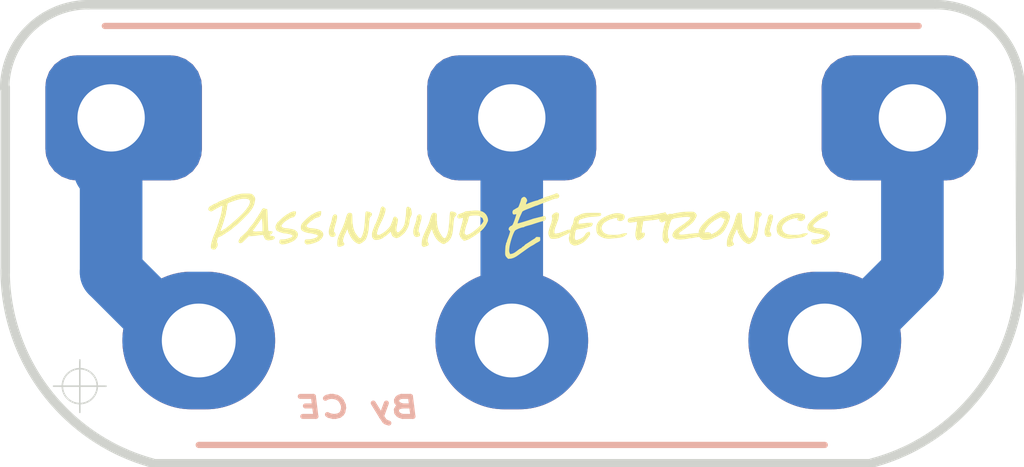
<source format=kicad_pcb>
(kicad_pcb (version 20171130) (host pcbnew "(5.1.5)-3")

  (general
    (thickness 1.6)
    (drawings 10)
    (tracks 9)
    (zones 0)
    (modules 2)
    (nets 1)
  )

  (page A4)
  (layers
    (0 F.Cu signal)
    (31 B.Cu signal)
    (32 B.Adhes user)
    (33 F.Adhes user)
    (34 B.Paste user)
    (35 F.Paste user)
    (36 B.SilkS user)
    (37 F.SilkS user)
    (38 B.Mask user)
    (39 F.Mask user)
    (40 Dwgs.User user)
    (41 Cmts.User user)
    (42 Eco1.User user)
    (43 Eco2.User user)
    (44 Edge.Cuts user)
    (45 Margin user)
    (46 B.CrtYd user)
    (47 F.CrtYd user)
    (48 B.Fab user)
    (49 F.Fab user)
  )

  (setup
    (last_trace_width 0.25)
    (user_trace_width 0.5)
    (user_trace_width 0.75)
    (user_trace_width 0.88)
    (user_trace_width 1)
    (trace_clearance 0.2)
    (zone_clearance 0.508)
    (zone_45_only no)
    (trace_min 0.2)
    (via_size 0.6)
    (via_drill 0.4)
    (via_min_size 0.4)
    (via_min_drill 0.3)
    (uvia_size 0.3)
    (uvia_drill 0.1)
    (uvias_allowed no)
    (uvia_min_size 0.2)
    (uvia_min_drill 0.1)
    (edge_width 0.15)
    (segment_width 0.2)
    (pcb_text_width 0.3)
    (pcb_text_size 1.5 1.5)
    (mod_edge_width 0.15)
    (mod_text_size 1 1)
    (mod_text_width 0.15)
    (pad_size 2.2 2.44)
    (pad_drill 1.18)
    (pad_to_mask_clearance 0.2)
    (aux_axis_origin 124.58 72.36)
    (visible_elements 7FFFFFFF)
    (pcbplotparams
      (layerselection 0x00030_80000001)
      (usegerberextensions false)
      (usegerberattributes false)
      (usegerberadvancedattributes false)
      (creategerberjobfile false)
      (excludeedgelayer true)
      (linewidth 0.100000)
      (plotframeref false)
      (viasonmask false)
      (mode 1)
      (useauxorigin false)
      (hpglpennumber 1)
      (hpglpenspeed 20)
      (hpglpendiameter 15.000000)
      (psnegative false)
      (psa4output false)
      (plotreference true)
      (plotvalue true)
      (plotinvisibletext false)
      (padsonsilk false)
      (subtractmaskfromsilk false)
      (outputformat 1)
      (mirror false)
      (drillshape 1)
      (scaleselection 1)
      (outputdirectory ""))
  )

  (net 0 "")

  (net_class Default "This is the default net class."
    (clearance 0.2)
    (trace_width 0.25)
    (via_dia 0.6)
    (via_drill 0.4)
    (uvia_dia 0.3)
    (uvia_drill 0.1)
  )

  (module .pretty:Noll_TonePot_3 (layer F.Cu) (tedit 60A0B488) (tstamp 5B705834)
    (at 127.79 69.87 270)
    (descr "Potentiometer, vertically mounted, Omeg PC16PU, Omeg PC16PU, Omeg PC16PU, Vishay/Spectrol 248GJ/249GJ Single, Vishay/Spectrol 248GJ/249GJ Single, Vishay/Spectrol 248GJ/249GJ Single, Vishay/Spectrol 248GH/249GH Single, Vishay/Spectrol 148/149 Single, Vishay/Spectrol 148/149 Single, Vishay/Spectrol 148/149 Single, Vishay/Spectrol 148A/149A Single with mounting plates, Vishay/Spectrol 148/149 Double, Vishay/Spectrol 148A/149A Double with mounting plates, Piher PC-16 Single, Piher PC-16 Single, Piher PC-16 Single, Piher PC-16SV Single, Piher PC-16 Double, Piher PC-16 Triple, Piher T16H Single, Piher T16L Single, Piher T16H Double, Alps RK163 Single, Alps RK163 Double, http://www.alps.com/prod/info/E/PDF/Potentiometer/MetalShaft/RK163/RK163.PDF")
    (tags "Potentiometer vertical  Omeg PC16PU  Omeg PC16PU  Omeg PC16PU  Vishay/Spectrol 248GJ/249GJ Single  Vishay/Spectrol 248GJ/249GJ Single  Vishay/Spectrol 248GJ/249GJ Single  Vishay/Spectrol 248GH/249GH Single  Vishay/Spectrol 148/149 Single  Vishay/Spectrol 148/149 Single  Vishay/Spectrol 148/149 Single  Vishay/Spectrol 148A/149A Single with mounting plates  Vishay/Spectrol 148/149 Double  Vishay/Spectrol 148A/149A Double with mounting plates  Piher PC-16 Single  Piher PC-16 Single  Piher PC-16 Single  Piher PC-16SV Single  Piher PC-16 Double  Piher PC-16 Triple  Piher T16H Single  Piher T16L Single  Piher T16H Double  Alps RK163 Single  Alps RK163 Double")
    (fp_text reference NTP1 (at 0.41 1.54 270) (layer F.SilkS) hide
      (effects (font (size 0.127 0.127) (thickness 0.03175)))
    )
    (fp_text value Tone_Pot (at 1.42 -7.39 180) (layer B.SilkS) hide
      (effects (font (size 0.3 0.3) (thickness 0.075)) (justify mirror))
    )
    (fp_line (start 2 -10) (end 2 0) (layer B.SilkS) (width 0.1))
    (fp_line (start -4.7 -11.5) (end -4.7 1.5) (layer B.SilkS) (width 0.1))
    (pad 6 thru_hole roundrect (at -3.23 1.4 270) (size 2 2.5) (drill 1.076 (offset 0 -0.2)) (layers *.Cu *.Mask) (roundrect_rratio 0.25))
    (pad 5 thru_hole roundrect (at -3.23 -5 270) (size 2 2.7) (drill 1.076) (layers *.Cu *.Mask) (roundrect_rratio 0.25))
    (pad 4 thru_hole roundrect (at -3.23 -11.4 270) (size 2 2.5) (drill 1.076 (offset 0 0.2)) (layers *.Cu *.Mask) (roundrect_rratio 0.25))
    (pad 3 thru_hole oval (at 0.33 -10 270) (size 2.2 2.44) (drill 1.18) (layers *.Cu *.Mask))
    (pad 2 thru_hole oval (at 0.33 -5 270) (size 2.2 2.44) (drill 1.18) (layers *.Cu *.Mask))
    (pad 1 thru_hole oval (at 0.33 0 270) (size 2.2 2.44) (drill 1.18) (layers *.Cu *.Mask))
    (model Potentiometers.3dshapes/Potentiometer_Alps_RK163_Double_Vertical.wrl
      (at (xyz 0 0 0))
      (scale (xyz 1 1 1))
      (rotate (xyz 0 0 0))
    )
  )

  (module .pretty:PassinwindElectronics_100_10mm (layer F.Cu) (tedit 60A0AF65) (tstamp 60A12475)
    (at 132.88 68.37)
    (fp_text reference G*** (at 0 0) (layer F.SilkS) hide
      (effects (font (size 0.04 0.04) (thickness 0.01)))
    )
    (fp_text value LOGO (at 0.75 0) (layer F.SilkS) hide
      (effects (font (size 0.04 0.04) (thickness 0.01)))
    )
    (fp_poly (pts (xy 0.640054 -0.515822) (xy 0.648175 -0.510508) (xy 0.648814 -0.509271) (xy 0.655605 -0.498543)
      (xy 0.659416 -0.494929) (xy 0.663744 -0.486194) (xy 0.663271 -0.473513) (xy 0.65891 -0.46134)
      (xy 0.65157 -0.454131) (xy 0.65103 -0.453946) (xy 0.639261 -0.449301) (xy 0.633412 -0.446428)
      (xy 0.621255 -0.443635) (xy 0.614823 -0.444455) (xy 0.611178 -0.445044) (xy 0.605867 -0.444568)
      (xy 0.59785 -0.442669) (xy 0.586088 -0.43899) (xy 0.569541 -0.433172) (xy 0.547169 -0.424859)
      (xy 0.517932 -0.413693) (xy 0.48079 -0.399316) (xy 0.45974 -0.391128) (xy 0.433163 -0.38078)
      (xy 0.405813 -0.370134) (xy 0.381485 -0.360667) (xy 0.3683 -0.355537) (xy 0.348473 -0.347739)
      (xy 0.330332 -0.340454) (xy 0.317724 -0.33523) (xy 0.3175 -0.335133) (xy 0.305978 -0.330799)
      (xy 0.298868 -0.329274) (xy 0.298686 -0.329301) (xy 0.292361 -0.327847) (xy 0.28004 -0.323315)
      (xy 0.270746 -0.319433) (xy 0.256587 -0.313533) (xy 0.235653 -0.305143) (xy 0.210682 -0.295346)
      (xy 0.184411 -0.285225) (xy 0.182402 -0.284459) (xy 0.145259 -0.269988) (xy 0.116869 -0.258122)
      (xy 0.096301 -0.248397) (xy 0.082622 -0.240347) (xy 0.074901 -0.233505) (xy 0.072689 -0.229641)
      (xy 0.069312 -0.221532) (xy 0.06265 -0.20668) (xy 0.053801 -0.187509) (xy 0.047536 -0.174171)
      (xy 0.038233 -0.153985) (xy 0.030857 -0.137002) (xy 0.026348 -0.125447) (xy 0.0254 -0.121848)
      (xy 0.02322 -0.113942) (xy 0.017882 -0.101837) (xy 0.016988 -0.100078) (xy 0.010207 -0.084747)
      (xy 0.004523 -0.067999) (xy 0.00059 -0.052472) (xy -0.00094 -0.0408) (xy 0.000589 -0.035621)
      (xy 0.000986 -0.035561) (xy 0.008175 -0.037023) (xy 0.023348 -0.041066) (xy 0.044811 -0.047173)
      (xy 0.070872 -0.054829) (xy 0.099836 -0.063518) (xy 0.130011 -0.072724) (xy 0.159704 -0.081931)
      (xy 0.187221 -0.090622) (xy 0.21087 -0.098282) (xy 0.228957 -0.104396) (xy 0.23876 -0.108017)
      (xy 0.252858 -0.112804) (xy 0.269073 -0.117122) (xy 0.26924 -0.117159) (xy 0.284625 -0.120792)
      (xy 0.304162 -0.125647) (xy 0.31496 -0.12842) (xy 0.337374 -0.134059) (xy 0.361577 -0.139857)
      (xy 0.37084 -0.141983) (xy 0.389901 -0.146612) (xy 0.40758 -0.151464) (xy 0.414955 -0.153773)
      (xy 0.430799 -0.156065) (xy 0.441789 -0.149951) (xy 0.448708 -0.134869) (xy 0.450064 -0.128746)
      (xy 0.449117 -0.110487) (xy 0.439262 -0.096244) (xy 0.421235 -0.086831) (xy 0.409885 -0.084265)
      (xy 0.395466 -0.081079) (xy 0.372584 -0.074784) (xy 0.342334 -0.065714) (xy 0.305813 -0.054203)
      (xy 0.264115 -0.040584) (xy 0.23876 -0.032111) (xy 0.221614 -0.026746) (xy 0.199696 -0.020431)
      (xy 0.18034 -0.015215) (xy 0.147107 -0.006064) (xy 0.122814 0.001862) (xy 0.107907 0.008409)
      (xy 0.104394 0.010853) (xy 0.095655 0.014506) (xy 0.089154 0.015214) (xy 0.073928 0.017456)
      (xy 0.052918 0.023481) (xy 0.028885 0.032158) (xy 0.004592 0.042356) (xy -0.017199 0.052944)
      (xy -0.033726 0.06279) (xy -0.040332 0.068252) (xy -0.050747 0.083116) (xy -0.062487 0.106174)
      (xy -0.074969 0.13564) (xy -0.087607 0.169731) (xy -0.099817 0.20666) (xy -0.111015 0.244643)
      (xy -0.120616 0.281895) (xy -0.128034 0.316631) (xy -0.132687 0.347065) (xy -0.133159 0.351665)
      (xy -0.135301 0.376853) (xy -0.136041 0.394657) (xy -0.135228 0.407776) (xy -0.132713 0.418907)
      (xy -0.128825 0.429565) (xy -0.11938 0.45298) (xy -0.097774 0.450105) (xy -0.070442 0.443013)
      (xy -0.04164 0.428433) (xy -0.009834 0.405581) (xy -0.00908 0.404973) (xy 0.017422 0.384089)
      (xy 0.036998 0.369964) (xy 0.05005 0.362322) (xy 0.055722 0.36068) (xy 0.062527 0.357093)
      (xy 0.072021 0.348198) (xy 0.074439 0.34544) (xy 0.084269 0.335625) (xy 0.092524 0.330441)
      (xy 0.093905 0.3302) (xy 0.101002 0.326643) (xy 0.11127 0.31765) (xy 0.116158 0.31242)
      (xy 0.126002 0.301881) (xy 0.133097 0.295506) (xy 0.134785 0.29464) (xy 0.139874 0.291961)
      (xy 0.151763 0.284608) (xy 0.16884 0.27361) (xy 0.189496 0.25999) (xy 0.196564 0.25527)
      (xy 0.219562 0.24004) (xy 0.24101 0.22616) (xy 0.25877 0.214991) (xy 0.270703 0.207895)
      (xy 0.272233 0.207069) (xy 0.285114 0.198345) (xy 0.294168 0.18874) (xy 0.294772 0.187712)
      (xy 0.299317 0.181732) (xy 0.30653 0.178962) (xy 0.319341 0.178689) (xy 0.329272 0.179302)
      (xy 0.35814 0.181417) (xy 0.359653 0.206903) (xy 0.360078 0.22234) (xy 0.357757 0.231562)
      (xy 0.350831 0.238476) (xy 0.341873 0.244265) (xy 0.325911 0.2535) (xy 0.310556 0.261489)
      (xy 0.307564 0.262884) (xy 0.293686 0.270453) (xy 0.278068 0.280779) (xy 0.274544 0.283395)
      (xy 0.258201 0.294391) (xy 0.239265 0.305123) (xy 0.23368 0.307878) (xy 0.212375 0.31944)
      (xy 0.184704 0.336993) (xy 0.15187 0.359753) (xy 0.13462 0.372305) (xy 0.123215 0.380591)
      (xy 0.106658 0.392465) (xy 0.088104 0.405667) (xy 0.08382 0.4087) (xy 0.062709 0.423791)
      (xy 0.040456 0.439951) (xy 0.021606 0.453878) (xy 0.02032 0.454843) (xy -0.021752 0.483544)
      (xy -0.059855 0.50335) (xy -0.094483 0.514494) (xy -0.112357 0.517023) (xy -0.146046 0.519434)
      (xy -0.16621 0.49927) (xy -0.182546 0.478687) (xy -0.189323 0.460931) (xy -0.190426 0.447801)
      (xy -0.190785 0.428491) (xy -0.190503 0.405246) (xy -0.189679 0.380312) (xy -0.188415 0.355932)
      (xy -0.186811 0.334351) (xy -0.184969 0.317815) (xy -0.18299 0.308568) (xy -0.182427 0.307594)
      (xy -0.179164 0.299463) (xy -0.177801 0.286672) (xy -0.1778 0.286626) (xy -0.175477 0.273225)
      (xy -0.170011 0.264019) (xy -0.164455 0.256241) (xy -0.164218 0.251967) (xy -0.163602 0.244403)
      (xy -0.159869 0.231029) (xy -0.156236 0.22098) (xy -0.143285 0.187003) (xy -0.131978 0.155381)
      (xy -0.122714 0.12741) (xy -0.115888 0.104384) (xy -0.1119 0.087595) (xy -0.111147 0.078339)
      (xy -0.111986 0.076971) (xy -0.119973 0.072047) (xy -0.128076 0.064964) (xy -0.134791 0.05202)
      (xy -0.133377 0.036834) (xy -0.124911 0.021456) (xy -0.110473 0.007936) (xy -0.093389 -0.000906)
      (xy -0.082741 -0.006531) (xy -0.074113 -0.016181) (xy -0.065348 -0.032446) (xy -0.063183 -0.03718)
      (xy -0.055167 -0.056319) (xy -0.046503 -0.079117) (xy -0.037742 -0.103835) (xy -0.029438 -0.128733)
      (xy -0.022142 -0.152069) (xy -0.016406 -0.172105) (xy -0.012782 -0.187099) (xy -0.011824 -0.195311)
      (xy -0.012697 -0.196285) (xy -0.021354 -0.194081) (xy -0.035614 -0.191421) (xy -0.041726 -0.190453)
      (xy -0.0559 -0.188822) (xy -0.063604 -0.190471) (xy -0.068362 -0.196854) (xy -0.070808 -0.202446)
      (xy -0.074574 -0.216999) (xy -0.072379 -0.232204) (xy -0.071219 -0.235922) (xy -0.066256 -0.247629)
      (xy -0.061519 -0.253744) (xy -0.060665 -0.254001) (xy -0.054256 -0.256554) (xy -0.042179 -0.263198)
      (xy -0.029309 -0.271074) (xy -0.013282 -0.280754) (xy 0.000769 -0.288311) (xy 0.008122 -0.291493)
      (xy 0.016419 -0.298112) (xy 0.025156 -0.313363) (xy 0.031595 -0.329029) (xy 0.042001 -0.357061)
      (xy 0.049481 -0.377988) (xy 0.054813 -0.394165) (xy 0.058776 -0.407946) (xy 0.061932 -0.420744)
      (xy 0.068548 -0.438575) (xy 0.079892 -0.450425) (xy 0.083041 -0.452475) (xy 0.095897 -0.459023)
      (xy 0.106301 -0.462204) (xy 0.107264 -0.462262) (xy 0.120442 -0.457855) (xy 0.133703 -0.446384)
      (xy 0.144352 -0.430554) (xy 0.147997 -0.421382) (xy 0.151306 -0.407387) (xy 0.150278 -0.39861)
      (xy 0.146009 -0.392444) (xy 0.139729 -0.381516) (xy 0.134892 -0.366509) (xy 0.134484 -0.36449)
      (xy 0.13275 -0.352099) (xy 0.134682 -0.346713) (xy 0.141597 -0.345452) (xy 0.143198 -0.34544)
      (xy 0.155168 -0.347714) (xy 0.161266 -0.351259) (xy 0.169535 -0.35624) (xy 0.185413 -0.363216)
      (xy 0.206722 -0.37145) (xy 0.231286 -0.380208) (xy 0.256926 -0.388754) (xy 0.281465 -0.396353)
      (xy 0.302726 -0.40227) (xy 0.318532 -0.405768) (xy 0.324531 -0.406401) (xy 0.333101 -0.408385)
      (xy 0.33528 -0.411384) (xy 0.339623 -0.416041) (xy 0.34925 -0.419758) (xy 0.361849 -0.423733)
      (xy 0.378961 -0.430232) (xy 0.38989 -0.434816) (xy 0.40419 -0.440512) (xy 0.413901 -0.443313)
      (xy 0.416637 -0.442951) (xy 0.418918 -0.442737) (xy 0.420447 -0.4445) (xy 0.427339 -0.449212)
      (xy 0.440608 -0.455442) (xy 0.456875 -0.461859) (xy 0.472764 -0.467135) (xy 0.484898 -0.469941)
      (xy 0.48514 -0.469969) (xy 0.505674 -0.474939) (xy 0.52578 -0.483021) (xy 0.53571 -0.486795)
      (xy 0.551839 -0.492227) (xy 0.570015 -0.497938) (xy 0.587416 -0.503756) (xy 0.600701 -0.5092)
      (xy 0.607081 -0.513124) (xy 0.607145 -0.513218) (xy 0.614955 -0.517612) (xy 0.627453 -0.518335)
      (xy 0.640054 -0.515822)) (layer F.SilkS) (width 0.01))
    (fp_poly (pts (xy -4.30521 -0.51525) (xy -4.28291 -0.514595) (xy -4.266843 -0.513289) (xy -4.255045 -0.511117)
      (xy -4.245554 -0.507866) (xy -4.239513 -0.504981) (xy -4.224405 -0.493496) (xy -4.210423 -0.476696)
      (xy -4.199384 -0.457608) (xy -4.193104 -0.439259) (xy -4.192746 -0.42705) (xy -4.194982 -0.415722)
      (xy -4.198422 -0.398049) (xy -4.20236 -0.377667) (xy -4.202737 -0.375708) (xy -4.210942 -0.343518)
      (xy -4.223378 -0.312621) (xy -4.241085 -0.281115) (xy -4.265108 -0.247098) (xy -4.290331 -0.2159)
      (xy -4.311842 -0.191497) (xy -4.338018 -0.163483) (xy -4.367223 -0.133461) (xy -4.397821 -0.103032)
      (xy -4.428175 -0.073799) (xy -4.456649 -0.047363) (xy -4.481608 -0.025327) (xy -4.501169 -0.009476)
      (xy -4.519897 0.005246) (xy -4.540544 0.022436) (xy -4.553543 0.033816) (xy -4.571324 0.048629)
      (xy -4.593202 0.065135) (xy -4.614538 0.079838) (xy -4.61518 0.080253) (xy -4.636419 0.09404)
      (xy -4.661567 0.110523) (xy -4.686097 0.126732) (xy -4.692673 0.131106) (xy -4.714209 0.144534)
      (xy -4.736157 0.156685) (xy -4.754962 0.165645) (xy -4.761253 0.168058) (xy -4.776666 0.173752)
      (xy -4.785413 0.179659) (xy -4.790524 0.189036) (xy -4.794762 0.2041) (xy -4.801104 0.231888)
      (xy -4.804312 0.252566) (xy -4.804299 0.265288) (xy -4.801364 0.26924) (xy -4.795341 0.273552)
      (xy -4.792444 0.284582) (xy -4.792413 0.299469) (xy -4.794987 0.31535) (xy -4.799908 0.329363)
      (xy -4.806914 0.338649) (xy -4.807724 0.33921) (xy -4.813851 0.346271) (xy -4.819649 0.35687)
      (xy -4.825633 0.36639) (xy -4.834785 0.370245) (xy -4.844942 0.370765) (xy -4.861478 0.368978)
      (xy -4.875888 0.364733) (xy -4.8768 0.364296) (xy -4.886097 0.355924) (xy -4.891142 0.341864)
      (xy -4.891884 0.321474) (xy -4.888266 0.294114) (xy -4.880235 0.259143) (xy -4.867736 0.215921)
      (xy -4.862966 0.20081) (xy -4.855215 0.177544) (xy -4.847868 0.157077) (xy -4.841829 0.141831)
      (xy -4.838386 0.13477) (xy -4.834226 0.126418) (xy -4.827706 0.111137) (xy -4.819659 0.091128)
      (xy -4.816931 0.08409) (xy -4.7498 0.08409) (xy -4.745735 0.086426) (xy -4.735752 0.085086)
      (xy -4.723168 0.080629) (xy -4.719968 0.079074) (xy -4.707572 0.071217) (xy -4.699278 0.063834)
      (xy -4.689939 0.057069) (xy -4.684408 0.055696) (xy -4.676431 0.052262) (xy -4.662076 0.042745)
      (xy -4.642359 0.028031) (xy -4.618297 0.009004) (xy -4.590908 -0.013452) (xy -4.561208 -0.038451)
      (xy -4.530214 -0.06511) (xy -4.498943 -0.092544) (xy -4.468413 -0.119868) (xy -4.439639 -0.146198)
      (xy -4.41364 -0.170649) (xy -4.391431 -0.192337) (xy -4.37403 -0.210377) (xy -4.362454 -0.223884)
      (xy -4.361482 -0.22519) (xy -4.350128 -0.239544) (xy -4.33903 -0.251631) (xy -4.334872 -0.255403)
      (xy -4.32533 -0.265622) (xy -4.320581 -0.274194) (xy -4.315172 -0.284167) (xy -4.305723 -0.296461)
      (xy -4.303346 -0.299093) (xy -4.291984 -0.315049) (xy -4.281155 -0.336531) (xy -4.272507 -0.359539)
      (xy -4.267687 -0.380077) (xy -4.2672 -0.386785) (xy -4.270959 -0.409424) (xy -4.282441 -0.425511)
      (xy -4.30196 -0.435441) (xy -4.306478 -0.436636) (xy -4.340482 -0.441999) (xy -4.377192 -0.442429)
      (xy -4.417713 -0.437734) (xy -4.463147 -0.427723) (xy -4.514599 -0.412204) (xy -4.573173 -0.390986)
      (xy -4.575853 -0.389949) (xy -4.600616 -0.380094) (xy -4.617389 -0.372514) (xy -4.627765 -0.366102)
      (xy -4.633333 -0.359749) (xy -4.635685 -0.352348) (xy -4.636148 -0.34798) (xy -4.637571 -0.337263)
      (xy -4.640413 -0.321148) (xy -4.642391 -0.311199) (xy -4.645004 -0.2947) (xy -4.645658 -0.281538)
      (xy -4.644961 -0.27687) (xy -4.64539 -0.267325) (xy -4.650182 -0.25668) (xy -4.655562 -0.242725)
      (xy -4.658236 -0.223575) (xy -4.65836 -0.218492) (xy -4.660255 -0.198706) (xy -4.665103 -0.176128)
      (xy -4.668989 -0.163704) (xy -4.676366 -0.142865) (xy -4.682234 -0.124316) (xy -4.687918 -0.103626)
      (xy -4.692914 -0.08382) (xy -4.696411 -0.071795) (xy -4.702617 -0.05253) (xy -4.710762 -0.028334)
      (xy -4.72008 -0.001515) (xy -4.723867 0.00916) (xy -4.732866 0.034515) (xy -4.740509 0.05632)
      (xy -4.746205 0.072865) (xy -4.74936 0.082439) (xy -4.7498 0.08409) (xy -4.816931 0.08409)
      (xy -4.810919 0.068587) (xy -4.802319 0.045715) (xy -4.794695 0.024708) (xy -4.788879 0.007766)
      (xy -4.785705 -0.002914) (xy -4.78536 -0.005035) (xy -4.783503 -0.012267) (xy -4.778661 -0.025736)
      (xy -4.77266 -0.04064) (xy -4.765923 -0.058646) (xy -4.761318 -0.074776) (xy -4.75996 -0.083846)
      (xy -4.757128 -0.098525) (xy -4.752682 -0.108129) (xy -4.747355 -0.11992) (xy -4.74101 -0.139447)
      (xy -4.734208 -0.164409) (xy -4.727511 -0.192504) (xy -4.721479 -0.221433) (xy -4.716676 -0.248895)
      (xy -4.714533 -0.264406) (xy -4.711776 -0.285664) (xy -4.708986 -0.304177) (xy -4.70666 -0.316728)
      (xy -4.706149 -0.31877) (xy -4.706145 -0.327095) (xy -4.712617 -0.329914) (xy -4.725863 -0.327113)
      (xy -4.746183 -0.31858) (xy -4.773875 -0.3042) (xy -4.809237 -0.283861) (xy -4.828115 -0.272502)
      (xy -4.849663 -0.259723) (xy -4.868505 -0.249164) (xy -4.882743 -0.241847) (xy -4.890478 -0.238792)
      (xy -4.890847 -0.238761) (xy -4.903846 -0.241472) (xy -4.917464 -0.248161) (xy -4.928231 -0.256661)
      (xy -4.93268 -0.264804) (xy -4.93268 -0.264902) (xy -4.927979 -0.287858) (xy -4.914284 -0.306657)
      (xy -4.892791 -0.320202) (xy -4.87663 -0.328219) (xy -4.863405 -0.336625) (xy -4.858704 -0.34071)
      (xy -4.85076 -0.347017) (xy -4.845852 -0.347691) (xy -4.839674 -0.34863) (xy -4.827363 -0.353317)
      (xy -4.811597 -0.360441) (xy -4.795054 -0.368691) (xy -4.780413 -0.376757) (xy -4.770351 -0.383327)
      (xy -4.767659 -0.385954) (xy -4.760252 -0.390691) (xy -4.756801 -0.39116) (xy -4.748202 -0.393219)
      (xy -4.734119 -0.398521) (xy -4.722811 -0.403516) (xy -4.703874 -0.411871) (xy -4.680722 -0.42136)
      (xy -4.6609 -0.428978) (xy -4.641148 -0.436564) (xy -4.623285 -0.443949) (xy -4.611119 -0.449559)
      (xy -4.610959 -0.449643) (xy -4.598428 -0.455021) (xy -4.5889 -0.4572) (xy -4.579713 -0.460171)
      (xy -4.568361 -0.467318) (xy -4.568307 -0.467361) (xy -4.555837 -0.474651) (xy -4.544645 -0.477632)
      (xy -4.533587 -0.479758) (xy -4.518346 -0.484984) (xy -4.51195 -0.487705) (xy -4.496333 -0.493677)
      (xy -4.482777 -0.49702) (xy -4.47893 -0.497298) (xy -4.468072 -0.498672) (xy -4.451908 -0.5026)
      (xy -4.43992 -0.506274) (xy -4.425927 -0.510205) (xy -4.410088 -0.512897) (xy -4.390245 -0.514542)
      (xy -4.364243 -0.51533) (xy -4.335704 -0.515468) (xy -4.30521 -0.51525)) (layer F.SilkS) (width 0.01))
    (fp_poly (pts (xy -2.390452 -0.22717) (xy -2.36872 -0.222703) (xy -2.348982 -0.214925) (xy -2.344816 -0.212517)
      (xy -2.333239 -0.204219) (xy -2.328588 -0.196816) (xy -2.328833 -0.186403) (xy -2.32942 -0.18288)
      (xy -2.332774 -0.17059) (xy -2.336891 -0.163652) (xy -2.337496 -0.163317) (xy -2.344116 -0.158618)
      (xy -2.353414 -0.149676) (xy -2.353921 -0.149132) (xy -2.359179 -0.142069) (xy -2.363125 -0.132622)
      (xy -2.366257 -0.118723) (xy -2.369076 -0.09831) (xy -2.371308 -0.077255) (xy -2.374016 -0.048082)
      (xy -2.376583 -0.01727) (xy -2.378652 0.010753) (xy -2.379563 0.0254) (xy -2.383377 0.064045)
      (xy -2.390278 0.10325) (xy -2.399654 0.140919) (xy -2.410892 0.174953) (xy -2.423381 0.203255)
      (xy -2.436506 0.223727) (xy -2.437979 0.22543) (xy -2.448656 0.235286) (xy -2.464809 0.247907)
      (xy -2.48322 0.260799) (xy -2.486045 0.262646) (xy -2.504623 0.274121) (xy -2.518929 0.280488)
      (xy -2.53176 0.281669) (xy -2.545915 0.277586) (xy -2.564193 0.268162) (xy -2.577984 0.260101)
      (xy -2.607007 0.238125) (xy -2.634524 0.208308) (xy -2.658622 0.172959) (xy -2.672588 0.145815)
      (xy -2.680426 0.129406) (xy -2.687504 0.116432) (xy -2.691638 0.11049) (xy -2.696216 0.101169)
      (xy -2.697614 0.091694) (xy -2.699804 0.078832) (xy -2.705092 0.062808) (xy -2.706963 0.05842)
      (xy -2.716179 0.0381) (xy -2.73223 0.069705) (xy -2.740304 0.08663) (xy -2.746069 0.100673)
      (xy -2.74828 0.108804) (xy -2.74828 0.108822) (xy -2.752121 0.118154) (xy -2.754663 0.120397)
      (xy -2.759413 0.127281) (xy -2.765686 0.141511) (xy -2.772659 0.160547) (xy -2.779509 0.18185)
      (xy -2.785413 0.20288) (xy -2.78955 0.221097) (xy -2.791075 0.23281) (xy -2.787239 0.254289)
      (xy -2.780176 0.265819) (xy -2.772449 0.277013) (xy -2.768675 0.285639) (xy -2.7686 0.286438)
      (xy -2.773481 0.299295) (xy -2.787443 0.310229) (xy -2.806991 0.317753) (xy -2.823701 0.322335)
      (xy -2.837688 0.326161) (xy -2.84226 0.327408) (xy -2.853973 0.326627) (xy -2.86258 0.322337)
      (xy -2.867584 0.317183) (xy -2.870626 0.30962) (xy -2.872161 0.297302) (xy -2.872642 0.277887)
      (xy -2.872648 0.270281) (xy -2.871546 0.245226) (xy -2.867989 0.220511) (xy -2.861443 0.194447)
      (xy -2.851373 0.165346) (xy -2.837245 0.131518) (xy -2.818524 0.091276) (xy -2.811198 0.0762)
      (xy -2.799333 0.05163) (xy -2.789166 0.029903) (xy -2.781517 0.012827) (xy -2.777208 0.002209)
      (xy -2.776574 0) (xy -2.773975 -0.00885) (xy -2.768491 -0.022898) (xy -2.764769 -0.031442)
      (xy -2.759135 -0.046036) (xy -2.752073 -0.067463) (xy -2.744541 -0.092679) (xy -2.73837 -0.115262)
      (xy -2.728591 -0.149824) (xy -2.719292 -0.175304) (xy -2.70974 -0.192706) (xy -2.699196 -0.203035)
      (xy -2.686927 -0.207295) (xy -2.672196 -0.206492) (xy -2.67164 -0.206387) (xy -2.660761 -0.204112)
      (xy -2.65291 -0.201107) (xy -2.647578 -0.195846) (xy -2.644254 -0.186804) (xy -2.642429 -0.172456)
      (xy -2.641593 -0.151278) (xy -2.641236 -0.121745) (xy -2.641182 -0.115312) (xy -2.640679 -0.087861)
      (xy -2.639726 -0.064122) (xy -2.638437 -0.045893) (xy -2.636924 -0.034971) (xy -2.635977 -0.032684)
      (xy -2.633268 -0.026354) (xy -2.631592 -0.01352) (xy -2.63134 -0.006051) (xy -2.629166 0.012335)
      (xy -2.623503 0.036125) (xy -2.615453 0.061994) (xy -2.606123 0.086621) (xy -2.596614 0.106682)
      (xy -2.590917 0.115627) (xy -2.581986 0.127903) (xy -2.570744 0.144252) (xy -2.563908 0.154574)
      (xy -2.543706 0.18019) (xy -2.52278 0.195919) (xy -2.51206 0.200128) (xy -2.501367 0.197974)
      (xy -2.490059 0.185743) (xy -2.478169 0.163499) (xy -2.465729 0.131303) (xy -2.452773 0.089218)
      (xy -2.451151 0.08338) (xy -2.447434 0.065807) (xy -2.443505 0.040185) (xy -2.439596 0.008613)
      (xy -2.435937 -0.026806) (xy -2.432759 -0.063973) (xy -2.430293 -0.100786) (xy -2.429711 -0.11176)
      (xy -2.427383 -0.15162) (xy -2.424725 -0.184197) (xy -2.421838 -0.208369) (xy -2.42015 -0.217854)
      (xy -2.417873 -0.224789) (xy -2.413117 -0.227985) (xy -2.403126 -0.228305) (xy -2.390452 -0.22717)) (layer F.SilkS) (width 0.01))
    (fp_poly (pts (xy -1.038364 -0.227087) (xy -1.015034 -0.222242) (xy -0.995918 -0.213645) (xy -0.982743 -0.20251)
      (xy -0.977236 -0.190049) (xy -0.977679 -0.184496) (xy -0.983176 -0.173227) (xy -0.993215 -0.159899)
      (xy -0.997422 -0.155401) (xy -1.005435 -0.146564) (xy -1.010894 -0.137484) (xy -1.014747 -0.12549)
      (xy -1.017942 -0.107909) (xy -1.020277 -0.090986) (xy -1.023196 -0.066082) (xy -1.026316 -0.035255)
      (xy -1.029231 -0.002725) (xy -1.031227 0.02286) (xy -1.036495 0.076827) (xy -1.044199 0.122078)
      (xy -1.054736 0.159852) (xy -1.068505 0.191386) (xy -1.085906 0.217917) (xy -1.098704 0.23241)
      (xy -1.112252 0.245417) (xy -1.123636 0.254912) (xy -1.130603 0.259034) (xy -1.131007 0.25908)
      (xy -1.138553 0.262129) (xy -1.149656 0.269704) (xy -1.152726 0.272193) (xy -1.164239 0.279899)
      (xy -1.176039 0.282545) (xy -1.190116 0.279797) (xy -1.208461 0.271322) (xy -1.228753 0.259453)
      (xy -1.261675 0.233967) (xy -1.291285 0.20082) (xy -1.315552 0.16243) (xy -1.322799 0.14732)
      (xy -1.330622 0.130216) (xy -1.337383 0.116687) (xy -1.34166 0.109574) (xy -1.34175 0.109474)
      (xy -1.345652 0.100538) (xy -1.3462 0.095606) (xy -1.348006 0.084913) (xy -1.352477 0.071201)
      (xy -1.358194 0.057875) (xy -1.36374 0.048338) (xy -1.366987 0.04572) (xy -1.371366 0.049852)
      (xy -1.378322 0.06028) (xy -1.386223 0.074049) (xy -1.393442 0.088207) (xy -1.398348 0.0998)
      (xy -1.399532 0.104721) (xy -1.402571 0.113377) (xy -1.405228 0.117421) (xy -1.409188 0.125093)
      (xy -1.415282 0.139924) (xy -1.422514 0.159407) (xy -1.426732 0.171537) (xy -1.436673 0.205407)
      (xy -1.440809 0.231735) (xy -1.43918 0.251292) (xy -1.431821 0.264847) (xy -1.43129 0.265394)
      (xy -1.423832 0.278037) (xy -1.422481 0.292243) (xy -1.427025 0.304304) (xy -1.43383 0.30958)
      (xy -1.443805 0.31316) (xy -1.45845 0.317989) (xy -1.474544 0.32306) (xy -1.488863 0.327367)
      (xy -1.498183 0.329904) (xy -1.499867 0.3302) (xy -1.504492 0.327116) (xy -1.513081 0.319655)
      (xy -1.513533 0.319236) (xy -1.519086 0.313351) (xy -1.522368 0.306775) (xy -1.523772 0.297069)
      (xy -1.523689 0.281792) (xy -1.522714 0.262086) (xy -1.52073 0.239431) (xy -1.517051 0.21735)
      (xy -1.511135 0.194194) (xy -1.502444 0.168313) (xy -1.490435 0.138059) (xy -1.47457 0.101782)
      (xy -1.459326 0.06858) (xy -1.441949 0.030979) (xy -1.428266 0.000545) (xy -1.417521 -0.024691)
      (xy -1.408958 -0.046696) (xy -1.40182 -0.06744) (xy -1.395352 -0.088888) (xy -1.388798 -0.11301)
      (xy -1.387185 -0.119195) (xy -1.377693 -0.152666) (xy -1.368593 -0.177113) (xy -1.359115 -0.193607)
      (xy -1.348491 -0.203219) (xy -1.335952 -0.207017) (xy -1.324411 -0.206642) (xy -1.309905 -0.204157)
      (xy -1.300049 -0.200055) (xy -1.294097 -0.192637) (xy -1.291298 -0.180203) (xy -1.290907 -0.161052)
      (xy -1.292173 -0.133487) (xy -1.292178 -0.133413) (xy -1.293279 -0.106725) (xy -1.293137 -0.087873)
      (xy -1.291777 -0.077739) (xy -1.290502 -0.0762) (xy -1.287703 -0.072472) (xy -1.288513 -0.068503)
      (xy -1.289497 -0.058125) (xy -1.288205 -0.04046) (xy -1.28506 -0.018016) (xy -1.280486 0.006697)
      (xy -1.274908 0.031174) (xy -1.26875 0.052904) (xy -1.26721 0.057498) (xy -1.259989 0.076059)
      (xy -1.250769 0.095278) (xy -1.238493 0.117035) (xy -1.222106 0.143206) (xy -1.201817 0.173796)
      (xy -1.186711 0.189954) (xy -1.172397 0.19731) (xy -1.160884 0.199472) (xy -1.152632 0.196744)
      (xy -1.1433 0.187518) (xy -1.142053 0.186074) (xy -1.130488 0.168137) (xy -1.119155 0.142694)
      (xy -1.108823 0.112381) (xy -1.100262 0.079838) (xy -1.094242 0.047702) (xy -1.091532 0.018612)
      (xy -1.091458 0.0127) (xy -1.090611 -0.001147) (xy -1.088351 -0.019674) (xy -1.086625 -0.03048)
      (xy -1.08461 -0.046032) (xy -1.082563 -0.068906) (xy -1.080701 -0.096265) (xy -1.079236 -0.125274)
      (xy -1.078997 -0.131358) (xy -1.077686 -0.158625) (xy -1.075952 -0.183163) (xy -1.073993 -0.202734)
      (xy -1.072009 -0.215096) (xy -1.071407 -0.217145) (xy -1.067894 -0.224414) (xy -1.062616 -0.227852)
      (xy -1.052656 -0.228337) (xy -1.038364 -0.227087)) (layer F.SilkS) (width 0.01))
    (fp_poly (pts (xy 3.833093 -0.227114) (xy 3.855514 -0.222194) (xy 3.876585 -0.213114) (xy 3.892657 -0.201619)
      (xy 3.896988 -0.196564) (xy 3.897569 -0.189253) (xy 3.894833 -0.178229) (xy 3.890326 -0.167891)
      (xy 3.885591 -0.16264) (xy 3.885052 -0.16256) (xy 3.87931 -0.159091) (xy 3.870637 -0.150627)
      (xy 3.869656 -0.149521) (xy 3.864972 -0.14319) (xy 3.861152 -0.135193) (xy 3.857984 -0.124213)
      (xy 3.855254 -0.108935) (xy 3.85275 -0.088044) (xy 3.850256 -0.060223) (xy 3.847561 -0.024157)
      (xy 3.846239 -0.00508) (xy 3.840838 0.05076) (xy 3.832751 0.101424) (xy 3.822256 0.145859)
      (xy 3.809633 0.183012) (xy 3.795163 0.211828) (xy 3.785043 0.22543) (xy 3.774355 0.235287)
      (xy 3.758193 0.247908) (xy 3.739776 0.260801) (xy 3.736955 0.262646) (xy 3.718377 0.274121)
      (xy 3.704071 0.280488) (xy 3.69124 0.281669) (xy 3.677085 0.277586) (xy 3.658807 0.268162)
      (xy 3.645016 0.260101) (xy 3.615993 0.238125) (xy 3.588476 0.208308) (xy 3.564378 0.172959)
      (xy 3.550412 0.145815) (xy 3.542574 0.129406) (xy 3.535496 0.116432) (xy 3.531362 0.11049)
      (xy 3.526784 0.101169) (xy 3.525386 0.091694) (xy 3.523196 0.078832) (xy 3.517908 0.062808)
      (xy 3.516037 0.05842) (xy 3.506821 0.0381) (xy 3.49077 0.069705) (xy 3.482696 0.08663)
      (xy 3.476931 0.100673) (xy 3.47472 0.108804) (xy 3.47472 0.108822) (xy 3.470879 0.118154)
      (xy 3.468337 0.120397) (xy 3.463587 0.127281) (xy 3.457314 0.141511) (xy 3.450341 0.160547)
      (xy 3.443491 0.18185) (xy 3.437587 0.20288) (xy 3.43345 0.221097) (xy 3.431925 0.23281)
      (xy 3.435761 0.254289) (xy 3.442824 0.265819) (xy 3.450551 0.277013) (xy 3.454325 0.285639)
      (xy 3.4544 0.286438) (xy 3.449519 0.299295) (xy 3.435557 0.310229) (xy 3.416009 0.317753)
      (xy 3.399299 0.322335) (xy 3.385312 0.326161) (xy 3.38074 0.327408) (xy 3.369031 0.326624)
      (xy 3.36042 0.322326) (xy 3.355439 0.317239) (xy 3.352449 0.309861) (xy 3.351013 0.297843)
      (xy 3.350695 0.278835) (xy 3.350765 0.270271) (xy 3.352287 0.243064) (xy 3.356582 0.216031)
      (xy 3.364203 0.187418) (xy 3.375698 0.15547) (xy 3.39162 0.118433) (xy 3.41171 0.0762)
      (xy 3.423604 0.051636) (xy 3.433797 0.029914) (xy 3.441466 0.012839) (xy 3.445788 0.002217)
      (xy 3.446426 0) (xy 3.449025 -0.00885) (xy 3.454509 -0.022898) (xy 3.458231 -0.031442)
      (xy 3.463865 -0.046036) (xy 3.470927 -0.067463) (xy 3.478459 -0.092679) (xy 3.48463 -0.115262)
      (xy 3.494409 -0.149824) (xy 3.503708 -0.175304) (xy 3.51326 -0.192706) (xy 3.523804 -0.203035)
      (xy 3.536073 -0.207295) (xy 3.550804 -0.206492) (xy 3.55136 -0.206387) (xy 3.562241 -0.204112)
      (xy 3.570093 -0.201106) (xy 3.575425 -0.195843) (xy 3.578748 -0.186798) (xy 3.580572 -0.172446)
      (xy 3.581407 -0.151262) (xy 3.581764 -0.12172) (xy 3.581818 -0.115348) (xy 3.582318 -0.088173)
      (xy 3.583265 -0.064972) (xy 3.584547 -0.04746) (xy 3.586052 -0.037355) (xy 3.587023 -0.03556)
      (xy 3.589575 -0.030978) (xy 3.591266 -0.019207) (xy 3.59166 -0.00889) (xy 3.593866 0.011273)
      (xy 3.599635 0.036462) (xy 3.607876 0.063316) (xy 3.617498 0.088476) (xy 3.62741 0.108585)
      (xy 3.632083 0.115627) (xy 3.641014 0.127903) (xy 3.652256 0.144252) (xy 3.659092 0.154574)
      (xy 3.679294 0.18019) (xy 3.70022 0.195919) (xy 3.71094 0.200128) (xy 3.721619 0.197972)
      (xy 3.73292 0.185759) (xy 3.7448 0.163569) (xy 3.757217 0.131484) (xy 3.770128 0.089585)
      (xy 3.771731 0.08382) (xy 3.775577 0.065755) (xy 3.779611 0.039676) (xy 3.783595 0.007716)
      (xy 3.787293 -0.027989) (xy 3.790464 -0.065303) (xy 3.792873 -0.102092) (xy 3.793243 -0.10922)
      (xy 3.795669 -0.151224) (xy 3.798359 -0.184678) (xy 3.801254 -0.208947) (xy 3.80285 -0.217854)
      (xy 3.805092 -0.224738) (xy 3.809765 -0.227947) (xy 3.819591 -0.228315) (xy 3.833093 -0.227114)) (layer F.SilkS) (width 0.01))
    (fp_poly (pts (xy 0.634931 -0.211195) (xy 0.646552 -0.20701) (xy 0.654321 -0.202539) (xy 0.65811 -0.196518)
      (xy 0.658984 -0.185847) (xy 0.658357 -0.17272) (xy 0.655657 -0.146092) (xy 0.65127 -0.120119)
      (xy 0.645817 -0.097712) (xy 0.639919 -0.081784) (xy 0.638373 -0.079038) (xy 0.633138 -0.068004)
      (xy 0.627416 -0.05184) (xy 0.624894 -0.04318) (xy 0.618182 -0.022429) (xy 0.609567 -0.001073)
      (xy 0.606659 0.00508) (xy 0.599938 0.022107) (xy 0.59388 0.043717) (xy 0.589072 0.066803)
      (xy 0.586103 0.088261) (xy 0.585562 0.104985) (xy 0.586551 0.111166) (xy 0.593997 0.119843)
      (xy 0.607098 0.124769) (xy 0.621711 0.124863) (xy 0.629254 0.122276) (xy 0.640347 0.119046)
      (xy 0.646495 0.11962) (xy 0.653406 0.118837) (xy 0.667677 0.115024) (xy 0.687226 0.108907)
      (xy 0.709972 0.101213) (xy 0.733833 0.092668) (xy 0.756729 0.083997) (xy 0.776578 0.075928)
      (xy 0.791301 0.069187) (xy 0.791923 0.068867) (xy 0.805946 0.064584) (xy 0.824608 0.062534)
      (xy 0.832281 0.062535) (xy 0.847197 0.062191) (xy 0.856937 0.060257) (xy 0.859054 0.05842)
      (xy 0.859736 0.050227) (xy 0.860698 0.037037) (xy 0.8608 0.03556) (xy 0.864412 0.020903)
      (xy 0.872237 0.003541) (xy 0.877435 -0.00508) (xy 0.886327 -0.020831) (xy 0.893301 -0.03982)
      (xy 0.899306 -0.064895) (xy 0.901816 -0.078202) (xy 0.907879 -0.107168) (xy 0.914496 -0.127264)
      (xy 0.922419 -0.13978) (xy 0.932399 -0.146004) (xy 0.942087 -0.14732) (xy 0.953266 -0.149877)
      (xy 0.958597 -0.154193) (xy 0.965466 -0.159892) (xy 0.979291 -0.167723) (xy 0.997417 -0.176519)
      (xy 1.017192 -0.185108) (xy 1.035963 -0.192322) (xy 1.051076 -0.196991) (xy 1.058249 -0.19812)
      (xy 1.06902 -0.19958) (xy 1.073866 -0.202304) (xy 1.079344 -0.203331) (xy 1.093293 -0.204204)
      (xy 1.114026 -0.204918) (xy 1.139854 -0.205467) (xy 1.169089 -0.205845) (xy 1.200043 -0.206046)
      (xy 1.231029 -0.206065) (xy 1.260359 -0.205895) (xy 1.286345 -0.20553) (xy 1.307298 -0.204964)
      (xy 1.321531 -0.204191) (xy 1.327356 -0.203206) (xy 1.327362 -0.2032) (xy 1.330558 -0.196809)
      (xy 1.333121 -0.189513) (xy 1.333756 -0.179719) (xy 1.328361 -0.172019) (xy 1.316068 -0.166109)
      (xy 1.296012 -0.161681) (xy 1.267325 -0.158429) (xy 1.239996 -0.156597) (xy 1.201393 -0.154206)
      (xy 1.169957 -0.151427) (xy 1.142695 -0.147806) (xy 1.116615 -0.142889) (xy 1.088724 -0.136225)
      (xy 1.0668 -0.130353) (xy 1.035683 -0.12146) (xy 1.012976 -0.11398) (xy 0.997177 -0.107106)
      (xy 0.98678 -0.100028) (xy 0.980284 -0.091936) (xy 0.976183 -0.08202) (xy 0.976022 -0.081488)
      (xy 0.972127 -0.064288) (xy 0.970299 -0.047951) (xy 0.97028 -0.046592) (xy 0.97028 -0.030863)
      (xy 1.00457 -0.033394) (xy 1.02901 -0.035637) (xy 1.056371 -0.038787) (xy 1.07442 -0.041248)
      (xy 1.097702 -0.043993) (xy 1.125383 -0.046189) (xy 1.151704 -0.047385) (xy 1.15316 -0.047416)
      (xy 1.17414 -0.047663) (xy 1.187047 -0.047078) (xy 1.193963 -0.045179) (xy 1.196967 -0.041485)
      (xy 1.197933 -0.037062) (xy 1.195838 -0.024539) (xy 1.188229 -0.011005) (xy 1.177746 0.000034)
      (xy 1.167029 0.005072) (xy 1.166174 0.005111) (xy 1.157142 0.006503) (xy 1.140904 0.010243)
      (xy 1.11997 0.015718) (xy 1.10236 0.020692) (xy 1.074095 0.028106) (xy 1.043216 0.034896)
      (xy 1.014668 0.04002) (xy 1.0033 0.041575) (xy 0.974995 0.045171) (xy 0.955071 0.048817)
      (xy 0.941779 0.053374) (xy 0.933372 0.059702) (xy 0.928102 0.068662) (xy 0.924403 0.080419)
      (xy 0.920186 0.098295) (xy 0.917055 0.114822) (xy 0.916422 0.11938) (xy 0.91313 0.149025)
      (xy 0.911119 0.170457) (xy 0.910392 0.185544) (xy 0.91095 0.196152) (xy 0.912796 0.204146)
      (xy 0.915931 0.211395) (xy 0.916518 0.212545) (xy 0.923059 0.222791) (xy 0.931146 0.227428)
      (xy 0.944825 0.228592) (xy 0.946928 0.2286) (xy 0.964032 0.226714) (xy 0.974762 0.221629)
      (xy 0.97536 0.22098) (xy 0.985493 0.214569) (xy 0.99212 0.21336) (xy 1.001752 0.210454)
      (xy 1.016381 0.202956) (xy 1.033128 0.192695) (xy 1.049117 0.1815) (xy 1.06147 0.171201)
      (xy 1.065643 0.166619) (xy 1.074949 0.155434) (xy 1.079613 0.150472) (xy 1.085806 0.141789)
      (xy 1.08712 0.137263) (xy 1.09118 0.128762) (xy 1.10138 0.118104) (xy 1.114746 0.107624)
      (xy 1.128304 0.099659) (xy 1.138959 0.096544) (xy 1.148556 0.098062) (xy 1.153611 0.104613)
      (xy 1.156094 0.114618) (xy 1.157152 0.125815) (xy 1.154819 0.136201) (xy 1.147976 0.149013)
      (xy 1.140058 0.16093) (xy 1.111296 0.199222) (xy 1.082366 0.23005) (xy 1.050797 0.255848)
      (xy 1.02921 0.270143) (xy 1.022102 0.273783) (xy 1.008448 0.280246) (xy 0.990991 0.288235)
      (xy 0.98806 0.289555) (xy 0.964491 0.29838) (xy 0.940598 0.304348) (xy 0.918836 0.307132)
      (xy 0.901659 0.306402) (xy 0.89207 0.302397) (xy 0.883382 0.296984) (xy 0.871738 0.29207)
      (xy 0.857985 0.284219) (xy 0.846895 0.273423) (xy 0.840819 0.261706) (xy 0.835091 0.244732)
      (xy 0.830298 0.225372) (xy 0.827028 0.206496) (xy 0.825866 0.190972) (xy 0.827401 0.181671)
      (xy 0.827973 0.180914) (xy 0.831772 0.172465) (xy 0.833446 0.160273) (xy 0.834862 0.145088)
      (xy 0.838088 0.125797) (xy 0.842338 0.106106) (xy 0.846827 0.08972) (xy 0.850176 0.08128)
      (xy 0.849466 0.080492) (xy 0.84332 0.086025) (xy 0.834419 0.09525) (xy 0.822226 0.107006)
      (xy 0.811677 0.114847) (xy 0.806574 0.11684) (xy 0.796969 0.120456) (xy 0.79248 0.12446)
      (xy 0.784492 0.130908) (xy 0.780427 0.132134) (xy 0.773017 0.134319) (xy 0.759078 0.140033)
      (xy 0.741091 0.148106) (xy 0.721538 0.157371) (xy 0.7029 0.16666) (xy 0.687658 0.174804)
      (xy 0.680041 0.179396) (xy 0.669422 0.185346) (xy 0.662355 0.18728) (xy 0.662261 0.187259)
      (xy 0.655053 0.187889) (xy 0.64208 0.190761) (xy 0.636006 0.192409) (xy 0.619464 0.195757)
      (xy 0.597669 0.198384) (xy 0.576857 0.199656) (xy 0.553079 0.199282) (xy 0.5366 0.195493)
      (xy 0.524906 0.186568) (xy 0.515477 0.170786) (xy 0.508091 0.152645) (xy 0.501383 0.13126)
      (xy 0.499361 0.113348) (xy 0.500595 0.098378) (xy 0.503463 0.08439) (xy 0.508583 0.064771)
      (xy 0.515207 0.041885) (xy 0.52259 0.018098) (xy 0.529985 -0.004227) (xy 0.536645 -0.022722)
      (xy 0.541824 -0.035024) (xy 0.543716 -0.038227) (xy 0.546705 -0.045895) (xy 0.549814 -0.060024)
      (xy 0.551529 -0.071247) (xy 0.554366 -0.087903) (xy 0.55784 -0.100764) (xy 0.560008 -0.105303)
      (xy 0.562134 -0.11534) (xy 0.559594 -0.133682) (xy 0.558707 -0.137545) (xy 0.555394 -0.153524)
      (xy 0.555388 -0.163742) (xy 0.559066 -0.172167) (xy 0.562462 -0.177022) (xy 0.574644 -0.189296)
      (xy 0.591142 -0.200922) (xy 0.608244 -0.20966) (xy 0.622238 -0.213271) (xy 0.622557 -0.213277)
      (xy 0.634931 -0.211195)) (layer F.SilkS) (width 0.01))
    (fp_poly (pts (xy -3.543742 -0.227829) (xy -3.541525 -0.216484) (xy -3.543121 -0.200085) (xy -3.549795 -0.178166)
      (xy -3.561661 -0.159729) (xy -3.576795 -0.14699) (xy -3.593276 -0.142166) (xy -3.593357 -0.142166)
      (xy -3.609397 -0.139683) (xy -3.62204 -0.134745) (xy -3.634167 -0.128025) (xy -3.64236 -0.123856)
      (xy -3.650558 -0.119026) (xy -3.66355 -0.110366) (xy -3.673521 -0.103337) (xy -3.687103 -0.094075)
      (xy -3.697562 -0.087909) (xy -3.701597 -0.08636) (xy -3.706922 -0.082968) (xy -3.717499 -0.073854)
      (xy -3.731533 -0.060617) (xy -3.740287 -0.051943) (xy -3.759408 -0.031238) (xy -3.770634 -0.015012)
      (xy -3.774397 -0.001925) (xy -3.771129 0.009367) (xy -3.76301 0.018676) (xy -3.749675 0.026825)
      (xy -3.730754 0.034062) (xy -3.710807 0.038935) (xy -3.6957 0.040098) (xy -3.680258 0.040636)
      (xy -3.658502 0.043227) (xy -3.633429 0.047307) (xy -3.608033 0.052312) (xy -3.58531 0.057677)
      (xy -3.568255 0.06284) (xy -3.562944 0.065089) (xy -3.535787 0.08298) (xy -3.518284 0.10376)
      (xy -3.510477 0.127021) (xy -3.512411 0.152351) (xy -3.52413 0.179341) (xy -3.545677 0.207581)
      (xy -3.5475 0.209537) (xy -3.569276 0.227591) (xy -3.599167 0.245004) (xy -3.635136 0.260847)
      (xy -3.675141 0.274191) (xy -3.706526 0.28199) (xy -3.734651 0.287227) (xy -3.754935 0.289073)
      (xy -3.769133 0.28747) (xy -3.779001 0.28236) (xy -3.781952 0.279519) (xy -3.790143 0.27302)
      (xy -3.795559 0.272273) (xy -3.797297 0.269419) (xy -3.797443 0.259731) (xy -3.796237 0.246371)
      (xy -3.793919 0.232498) (xy -3.791956 0.22479) (xy -3.786518 0.221187) (xy -3.772434 0.219106)
      (xy -3.749106 0.21844) (xy -3.727041 0.217715) (xy -3.706537 0.215107) (xy -3.684097 0.209962)
      (xy -3.656222 0.201625) (xy -3.652173 0.200323) (xy -3.627199 0.191953) (xy -3.610295 0.18539)
      (xy -3.599733 0.179757) (xy -3.593782 0.174179) (xy -3.591307 0.169512) (xy -3.587666 0.158335)
      (xy -3.58648 0.152186) (xy -3.590959 0.145222) (xy -3.60249 0.137551) (xy -3.61822 0.13072)
      (xy -3.63391 0.126511) (xy -3.653583 0.122512) (xy -3.673483 0.117836) (xy -3.67538 0.117344)
      (xy -3.693915 0.1139) (xy -3.714639 0.112001) (xy -3.719531 0.111881) (xy -3.73429 0.110811)
      (xy -3.744393 0.108239) (xy -3.7465 0.10668) (xy -3.753582 0.102578) (xy -3.76077 0.101576)
      (xy -3.772675 0.09938) (xy -3.790006 0.093767) (xy -3.809252 0.086149) (xy -3.8269 0.077939)
      (xy -3.839439 0.070548) (xy -3.840991 0.069321) (xy -3.849873 0.056529) (xy -3.856143 0.037696)
      (xy -3.858813 0.016809) (xy -3.857754 0.001625) (xy -3.852393 -0.015194) (xy -3.84377 -0.032301)
      (xy -3.842298 -0.034569) (xy -3.834825 -0.046542) (xy -3.830642 -0.055109) (xy -3.83032 -0.056589)
      (xy -3.826467 -0.060869) (xy -3.825482 -0.06096) (xy -3.819672 -0.064303) (xy -3.809115 -0.073062)
      (xy -3.796272 -0.085171) (xy -3.771554 -0.108755) (xy -3.745748 -0.131699) (xy -3.720748 -0.152449)
      (xy -3.698445 -0.169451) (xy -3.680734 -0.181152) (xy -3.676625 -0.183382) (xy -3.661589 -0.191642)
      (xy -3.649279 -0.199593) (xy -3.646182 -0.202029) (xy -3.634351 -0.209379) (xy -3.616129 -0.217446)
      (xy -3.595078 -0.224903) (xy -3.57476 -0.230422) (xy -3.565485 -0.23211) (xy -3.551363 -0.232515)
      (xy -3.543742 -0.227829)) (layer F.SilkS) (width 0.01))
    (fp_poly (pts (xy -3.139577 -0.207544) (xy -3.143419 -0.180764) (xy -3.154718 -0.160869) (xy -3.173591 -0.147719)
      (xy -3.194287 -0.141951) (xy -3.210536 -0.138565) (xy -3.22303 -0.134505) (xy -3.226934 -0.132337)
      (xy -3.233947 -0.127194) (xy -3.247122 -0.118149) (xy -3.26409 -0.106819) (xy -3.27152 -0.101935)
      (xy -3.294292 -0.085874) (xy -3.318678 -0.066852) (xy -3.339729 -0.048746) (xy -3.34137 -0.04722)
      (xy -3.360173 -0.02787) (xy -3.370594 -0.012369) (xy -3.373024 0.000555) (xy -3.367857 0.012175)
      (xy -3.36169 0.018676) (xy -3.348348 0.026829) (xy -3.329425 0.034064) (xy -3.309485 0.038931)
      (xy -3.29438 0.040082) (xy -3.285086 0.040451) (xy -3.268523 0.041959) (xy -3.247485 0.04433)
      (xy -3.23514 0.045888) (xy -3.193993 0.053954) (xy -3.160034 0.06614) (xy -3.133757 0.081947)
      (xy -3.115653 0.100878) (xy -3.106215 0.122433) (xy -3.105935 0.146114) (xy -3.113846 0.168687)
      (xy -3.134289 0.199097) (xy -3.161146 0.225326) (xy -3.186496 0.241857) (xy -3.215232 0.254713)
      (xy -3.248858 0.266882) (xy -3.283685 0.277238) (xy -3.316025 0.284654) (xy -3.336151 0.287583)
      (xy -3.355067 0.289086) (xy -3.366463 0.288909) (xy -3.372908 0.286582) (xy -3.376971 0.281633)
      (xy -3.377913 0.279936) (xy -3.384021 0.272677) (xy -3.388615 0.271937) (xy -3.391644 0.269737)
      (xy -3.39315 0.260554) (xy -3.393015 0.247468) (xy -3.391119 0.233559) (xy -3.390239 0.22987)
      (xy -3.387992 0.224212) (xy -3.383518 0.220818) (xy -3.374608 0.219124) (xy -3.359054 0.218566)
      (xy -3.345858 0.218542) (xy -3.316962 0.216839) (xy -3.286599 0.212033) (xy -3.256905 0.204783)
      (xy -3.23002 0.195747) (xy -3.208081 0.185585) (xy -3.193226 0.174955) (xy -3.189528 0.17037)
      (xy -3.183249 0.159211) (xy -3.180164 0.152037) (xy -3.180099 0.151544) (xy -3.184357 0.145893)
      (xy -3.194928 0.138919) (xy -3.208435 0.13235) (xy -3.221502 0.127917) (xy -3.228004 0.127)
      (xy -3.242294 0.125056) (xy -3.251437 0.121793) (xy -3.261035 0.11872) (xy -3.277463 0.11538)
      (xy -3.29743 0.112425) (xy -3.300633 0.112043) (xy -3.339671 0.105939) (xy -3.374983 0.097304)
      (xy -3.40512 0.086689) (xy -3.428634 0.074646) (xy -3.444077 0.061728) (xy -3.447956 0.05588)
      (xy -3.4541 0.03365) (xy -3.453829 0.007818) (xy -3.447485 -0.017635) (xy -3.440354 -0.031957)
      (xy -3.428552 -0.047564) (xy -3.410802 -0.067334) (xy -3.388926 -0.089582) (xy -3.364744 -0.112622)
      (xy -3.340077 -0.134769) (xy -3.316745 -0.154336) (xy -3.296569 -0.169639) (xy -3.28168 -0.178843)
      (xy -3.269399 -0.185454) (xy -3.253907 -0.194538) (xy -3.24866 -0.197768) (xy -3.222966 -0.211538)
      (xy -3.194601 -0.223094) (xy -3.167973 -0.230743) (xy -3.15849 -0.232369) (xy -3.13944 -0.234748)
      (xy -3.139577 -0.207544)) (layer F.SilkS) (width 0.01))
    (fp_poly (pts (xy 4.952863 -0.207544) (xy 4.949021 -0.180764) (xy 4.937722 -0.160869) (xy 4.918849 -0.147719)
      (xy 4.898153 -0.141951) (xy 4.881904 -0.138565) (xy 4.86941 -0.134505) (xy 4.865506 -0.132337)
      (xy 4.858493 -0.127194) (xy 4.845318 -0.118149) (xy 4.82835 -0.106819) (xy 4.82092 -0.101935)
      (xy 4.798148 -0.085874) (xy 4.773762 -0.066852) (xy 4.752711 -0.048746) (xy 4.75107 -0.04722)
      (xy 4.732267 -0.02787) (xy 4.721846 -0.012369) (xy 4.719416 0.000555) (xy 4.724583 0.012175)
      (xy 4.73075 0.018676) (xy 4.74411 0.02684) (xy 4.76304 0.034071) (xy 4.782964 0.038919)
      (xy 4.79806 0.040037) (xy 4.807389 0.040387) (xy 4.823952 0.041881) (xy 4.844918 0.044244)
      (xy 4.85648 0.045707) (xy 4.896547 0.053403) (xy 4.930906 0.064939) (xy 4.957776 0.079662)
      (xy 4.965131 0.085491) (xy 4.976016 0.099608) (xy 4.984611 0.118473) (xy 4.988519 0.136675)
      (xy 4.98856 0.138342) (xy 4.984389 0.157254) (xy 4.973044 0.178833) (xy 4.956272 0.200889)
      (xy 4.935822 0.221231) (xy 4.913442 0.237669) (xy 4.905944 0.241857) (xy 4.877208 0.254713)
      (xy 4.843582 0.266882) (xy 4.808755 0.277238) (xy 4.776415 0.284654) (xy 4.756289 0.287583)
      (xy 4.737373 0.289086) (xy 4.725977 0.288909) (xy 4.719532 0.286582) (xy 4.715469 0.281633)
      (xy 4.714527 0.279936) (xy 4.708419 0.272677) (xy 4.703825 0.271937) (xy 4.700796 0.269737)
      (xy 4.69929 0.260554) (xy 4.699425 0.247468) (xy 4.701321 0.233559) (xy 4.702201 0.22987)
      (xy 4.704448 0.224212) (xy 4.708922 0.220818) (xy 4.717832 0.219124) (xy 4.733386 0.218566)
      (xy 4.746582 0.218542) (xy 4.775478 0.216839) (xy 4.805841 0.212033) (xy 4.835535 0.204783)
      (xy 4.86242 0.195747) (xy 4.884359 0.185585) (xy 4.899214 0.174955) (xy 4.902912 0.17037)
      (xy 4.909191 0.159211) (xy 4.912276 0.152037) (xy 4.912341 0.151544) (xy 4.908083 0.145893)
      (xy 4.897512 0.138919) (xy 4.884005 0.13235) (xy 4.870938 0.127917) (xy 4.864436 0.127)
      (xy 4.850146 0.125056) (xy 4.841003 0.121793) (xy 4.831405 0.11872) (xy 4.814977 0.11538)
      (xy 4.79501 0.112425) (xy 4.791807 0.112043) (xy 4.752769 0.105939) (xy 4.717457 0.097304)
      (xy 4.68732 0.086689) (xy 4.663806 0.074646) (xy 4.648363 0.061728) (xy 4.644484 0.05588)
      (xy 4.63834 0.03365) (xy 4.638611 0.007818) (xy 4.644955 -0.017635) (xy 4.652086 -0.031957)
      (xy 4.663888 -0.047564) (xy 4.681638 -0.067334) (xy 4.703514 -0.089582) (xy 4.727696 -0.112622)
      (xy 4.752363 -0.134769) (xy 4.775695 -0.154336) (xy 4.795871 -0.169639) (xy 4.81076 -0.178843)
      (xy 4.823041 -0.185454) (xy 4.838533 -0.194538) (xy 4.84378 -0.197768) (xy 4.869474 -0.211538)
      (xy 4.897839 -0.223094) (xy 4.924467 -0.230743) (xy 4.93395 -0.232369) (xy 4.953 -0.234748)
      (xy 4.952863 -0.207544)) (layer F.SilkS) (width 0.01))
    (fp_poly (pts (xy 3.306026 -0.234924) (xy 3.30893 -0.233943) (xy 3.323298 -0.229863) (xy 3.33408 -0.228418)
      (xy 3.349287 -0.223356) (xy 3.364562 -0.209519) (xy 3.378617 -0.1882) (xy 3.382885 -0.179482)
      (xy 3.388995 -0.165426) (xy 3.391904 -0.155034) (xy 3.391802 -0.144535) (xy 3.388878 -0.130159)
      (xy 3.385956 -0.118522) (xy 3.382124 -0.104363) (xy 3.377782 -0.090692) (xy 3.372248 -0.075873)
      (xy 3.364837 -0.058273) (xy 3.354866 -0.036255) (xy 3.341649 -0.008187) (xy 3.327085 0.02221)
      (xy 3.30819 0.056063) (xy 3.285948 0.087093) (xy 3.262093 0.113255) (xy 3.238362 0.132505)
      (xy 3.228754 0.138085) (xy 3.214308 0.145948) (xy 3.202911 0.15319) (xy 3.2004 0.155144)
      (xy 3.191748 0.160361) (xy 3.17696 0.167213) (xy 3.1623 0.173051) (xy 3.143911 0.18048)
      (xy 3.127656 0.188124) (xy 3.11912 0.193014) (xy 3.102656 0.200636) (xy 3.078424 0.207069)
      (xy 3.048786 0.211893) (xy 3.016106 0.214686) (xy 2.99466 0.215213) (xy 2.975024 0.214268)
      (xy 2.960243 0.21041) (xy 2.9451 0.202059) (xy 2.94005 0.198677) (xy 2.926915 0.188501)
      (xy 2.918151 0.179441) (xy 2.91592 0.174855) (xy 2.912097 0.170975) (xy 2.900332 0.169766)
      (xy 2.880178 0.171263) (xy 2.851188 0.175501) (xy 2.812916 0.182516) (xy 2.809652 0.183156)
      (xy 2.788738 0.187008) (xy 2.771714 0.189645) (xy 2.760928 0.190728) (xy 2.758463 0.190514)
      (xy 2.75217 0.190564) (xy 2.73896 0.192706) (xy 2.722491 0.196291) (xy 2.666495 0.206008)
      (xy 2.601913 0.210307) (xy 2.58572 0.21053) (xy 2.550013 0.207478) (xy 2.520953 0.198165)
      (xy 2.499243 0.182907) (xy 2.487517 0.166382) (xy 2.482365 0.154754) (xy 2.480774 0.145509)
      (xy 2.482696 0.134438) (xy 2.486986 0.120662) (xy 2.496051 0.101151) (xy 2.510926 0.081282)
      (xy 2.53246 0.060255) (xy 2.561499 0.037268) (xy 2.598894 0.01152) (xy 2.610543 0.003984)
      (xy 2.633302 -0.010866) (xy 2.654089 -0.024956) (xy 2.670787 -0.036817) (xy 2.681282 -0.04498)
      (xy 2.682149 -0.045756) (xy 2.694968 -0.056589) (xy 2.710992 -0.068827) (xy 2.717156 -0.073214)
      (xy 2.731623 -0.085081) (xy 2.746051 -0.099887) (xy 2.758366 -0.115129) (xy 2.766495 -0.128302)
      (xy 2.7686 -0.135382) (xy 2.764189 -0.140678) (xy 2.753229 -0.145911) (xy 2.74955 -0.147053)
      (xy 2.732283 -0.150518) (xy 2.711342 -0.15209) (xy 2.685619 -0.151694) (xy 2.65401 -0.149255)
      (xy 2.61541 -0.144699) (xy 2.568713 -0.137952) (xy 2.53492 -0.132589) (xy 2.505916 -0.126306)
      (xy 2.481702 -0.118005) (xy 2.463933 -0.10843) (xy 2.454267 -0.098325) (xy 2.453343 -0.095929)
      (xy 2.448972 -0.083744) (xy 2.442045 -0.068164) (xy 2.439737 -0.0635) (xy 2.433805 -0.048763)
      (xy 2.427392 -0.027971) (xy 2.421692 -0.005089) (xy 2.420618 0) (xy 2.415601 0.022546)
      (xy 2.410138 0.043693) (xy 2.405238 0.059608) (xy 2.404246 0.062253) (xy 2.40049 0.075563)
      (xy 2.398489 0.093408) (xy 2.39808 0.117911) (xy 2.398541 0.136961) (xy 2.399602 0.161989)
      (xy 2.40103 0.178988) (xy 2.403245 0.190087) (xy 2.406671 0.197417) (xy 2.411629 0.203013)
      (xy 2.417887 0.210097) (xy 2.419892 0.217517) (xy 2.417287 0.227625) (xy 2.409715 0.242774)
      (xy 2.404097 0.25273) (xy 2.39356 0.267529) (xy 2.383035 0.273487) (xy 2.3711 0.270574)
      (xy 2.356332 0.25876) (xy 2.349354 0.25158) (xy 2.339152 0.240205) (xy 2.332714 0.230793)
      (xy 2.328944 0.220309) (xy 2.326746 0.20572) (xy 2.325043 0.18427) (xy 2.324149 0.151282)
      (xy 2.325734 0.117953) (xy 2.3295 0.087497) (xy 2.335149 0.063129) (xy 2.336692 0.058702)
      (xy 2.340628 0.042952) (xy 2.34188 0.029647) (xy 2.344 0.01365) (xy 2.348788 -0.001773)
      (xy 2.35496 -0.017901) (xy 2.361361 -0.037491) (xy 2.367033 -0.057221) (xy 2.371015 -0.073772)
      (xy 2.37236 -0.083284) (xy 2.371403 -0.088836) (xy 2.366694 -0.088686) (xy 2.35839 -0.084655)
      (xy 2.344592 -0.077942) (xy 2.327597 -0.07037) (xy 2.323131 -0.068493) (xy 2.309711 -0.063362)
      (xy 2.301216 -0.062589) (xy 2.29322 -0.066566) (xy 2.286358 -0.071755) (xy 2.276097 -0.081388)
      (xy 2.272787 -0.090865) (xy 2.273588 -0.10033) (xy 2.274403 -0.110163) (xy 2.27167 -0.115437)
      (xy 2.263668 -0.116637) (xy 2.24868 -0.114252) (xy 2.2352 -0.111204) (xy 2.213047 -0.106969)
      (xy 2.180901 -0.102342) (xy 2.138918 -0.097343) (xy 2.087255 -0.091992) (xy 2.0828 -0.091558)
      (xy 2.052377 -0.088431) (xy 2.030668 -0.085593) (xy 2.016251 -0.082605) (xy 2.007706 -0.079025)
      (xy 2.003613 -0.074413) (xy 2.002551 -0.068329) (xy 2.002586 -0.066687) (xy 2.001914 -0.054716)
      (xy 1.999606 -0.036984) (xy 1.996718 -0.02032) (xy 1.989376 0.019796) (xy 1.984048 0.054087)
      (xy 1.980835 0.081623) (xy 1.979837 0.101474) (xy 1.981156 0.11271) (xy 1.982144 0.114398)
      (xy 1.988304 0.114735) (xy 1.998946 0.111772) (xy 2.012646 0.108856) (xy 2.023012 0.109592)
      (xy 2.029616 0.116366) (xy 2.031202 0.12904) (xy 2.028254 0.144977) (xy 2.021261 0.161538)
      (xy 2.010773 0.176014) (xy 1.999151 0.185911) (xy 1.982807 0.19715) (xy 1.964557 0.2081)
      (xy 1.94722 0.21713) (xy 1.933615 0.222609) (xy 1.928671 0.22352) (xy 1.919987 0.219649)
      (xy 1.910008 0.210509) (xy 1.9022 0.199803) (xy 1.899846 0.192712) (xy 1.898251 0.183502)
      (xy 1.89437 0.169513) (xy 1.892939 0.1651) (xy 1.890365 0.154446) (xy 1.889272 0.141123)
      (xy 1.889776 0.123868) (xy 1.891993 0.101419) (xy 1.896038 0.072514) (xy 1.902028 0.035888)
      (xy 1.907876 0.00254) (xy 1.911703 -0.022445) (xy 1.913772 -0.04382) (xy 1.913867 -0.058969)
      (xy 1.913297 -0.062726) (xy 1.909513 -0.072709) (xy 1.903037 -0.074918) (xy 1.895888 -0.073373)
      (xy 1.879961 -0.069874) (xy 1.8669 -0.067918) (xy 1.853292 -0.066176) (xy 1.834652 -0.063451)
      (xy 1.821893 -0.061444) (xy 1.797346 -0.059161) (xy 1.780665 -0.061998) (xy 1.770689 -0.070407)
      (xy 1.766487 -0.083112) (xy 1.768322 -0.101994) (xy 1.778908 -0.117179) (xy 1.79578 -0.126464)
      (xy 1.808954 -0.129776) (xy 1.829315 -0.133901) (xy 1.853971 -0.138352) (xy 1.880032 -0.142644)
      (xy 1.904607 -0.14629) (xy 1.924806 -0.148804) (xy 1.93294 -0.149525) (xy 1.977197 -0.15289)
      (xy 2.024885 -0.1573) (xy 2.073468 -0.162463) (xy 2.120408 -0.168086) (xy 2.163166 -0.173877)
      (xy 2.199207 -0.179543) (xy 2.2098 -0.181449) (xy 2.230354 -0.185239) (xy 2.247598 -0.188286)
      (xy 2.258692 -0.190094) (xy 2.2606 -0.190343) (xy 2.27094 -0.19331) (xy 2.279316 -0.197162)
      (xy 2.291888 -0.20124) (xy 2.307906 -0.203202) (xy 2.309796 -0.203232) (xy 2.327114 -0.205349)
      (xy 2.342923 -0.210449) (xy 2.343834 -0.210906) (xy 2.358347 -0.215096) (xy 2.36827 -0.210233)
      (xy 2.373445 -0.196482) (xy 2.377147 -0.188295) (xy 2.38137 -0.18669) (xy 2.386894 -0.184926)
      (xy 2.386274 -0.177646) (xy 2.37981 -0.167192) (xy 2.37871 -0.165897) (xy 2.374234 -0.159989)
      (xy 2.376112 -0.159535) (xy 2.384859 -0.164791) (xy 2.400994 -0.176011) (xy 2.404818 -0.178753)
      (xy 2.417846 -0.187131) (xy 2.429131 -0.190715) (xy 2.443492 -0.190638) (xy 2.451726 -0.189772)
      (xy 2.469559 -0.188792) (xy 2.482132 -0.190287) (xy 2.485308 -0.191779) (xy 2.494273 -0.195759)
      (xy 2.508394 -0.19908) (xy 2.51206 -0.199625) (xy 2.525518 -0.201689) (xy 2.545862 -0.205177)
      (xy 2.570006 -0.20955) (xy 2.58826 -0.21299) (xy 2.613526 -0.216898) (xy 2.644075 -0.220166)
      (xy 2.677728 -0.222714) (xy 2.712305 -0.224458) (xy 2.745625 -0.225316) (xy 2.775511 -0.225207)
      (xy 2.799782 -0.224047) (xy 2.816259 -0.221756) (xy 2.81686 -0.221605) (xy 2.829271 -0.214808)
      (xy 2.842366 -0.202414) (xy 2.853377 -0.187722) (xy 2.85954 -0.17403) (xy 2.86004 -0.170107)
      (xy 2.857222 -0.15854) (xy 2.849518 -0.140936) (xy 2.83805 -0.119451) (xy 2.823941 -0.096241)
      (xy 2.813423 -0.080589) (xy 2.803807 -0.06821) (xy 2.791595 -0.055244) (xy 2.775536 -0.040595)
      (xy 2.754382 -0.023165) (xy 2.726885 -0.001861) (xy 2.704709 0.014815) (xy 2.677835 0.034754)
      (xy 2.652825 0.053106) (xy 2.631138 0.068819) (xy 2.61423 0.080841) (xy 2.603557 0.088117)
      (xy 2.601819 0.0892) (xy 2.586588 0.101552) (xy 2.57924 0.115062) (xy 2.580511 0.127954)
      (xy 2.583776 0.132738) (xy 2.592798 0.138499) (xy 2.607716 0.141603) (xy 2.629593 0.142093)
      (xy 2.659493 0.140014) (xy 2.686425 0.136971) (xy 2.73651 0.130824) (xy 2.778114 0.126034)
      (xy 2.812806 0.122443) (xy 2.84215 0.119896) (xy 2.867714 0.118235) (xy 2.87909 0.117708)
      (xy 2.90068 0.11684) (xy 2.90068 0.095976) (xy 2.900892 0.094715) (xy 2.98704 0.094715)
      (xy 2.98704 0.110023) (xy 3.019205 0.105714) (xy 3.043657 0.104325) (xy 3.064155 0.106735)
      (xy 3.079058 0.11241) (xy 3.086719 0.120816) (xy 3.086972 0.127746) (xy 3.086343 0.134863)
      (xy 3.091572 0.136149) (xy 3.097884 0.134924) (xy 3.108829 0.131238) (xy 3.12562 0.124304)
      (xy 3.145044 0.115466) (xy 3.1496 0.113279) (xy 3.190013 0.08846) (xy 3.227496 0.055326)
      (xy 3.260588 0.015616) (xy 3.287828 -0.02893) (xy 3.306928 -0.074062) (xy 3.313341 -0.094063)
      (xy 3.316205 -0.106599) (xy 3.315469 -0.113743) (xy 3.311081 -0.117567) (xy 3.30581 -0.119379)
      (xy 3.28281 -0.127087) (xy 3.269705 -0.13443) (xy 3.26644 -0.140017) (xy 3.265072 -0.14619)
      (xy 3.260127 -0.148482) (xy 3.250344 -0.14662) (xy 3.23446 -0.14033) (xy 3.211212 -0.12934)
      (xy 3.206583 -0.127057) (xy 3.147194 -0.093386) (xy 3.095168 -0.054463) (xy 3.048386 -0.00868)
      (xy 3.044063 -0.003831) (xy 3.018767 0.026705) (xy 3.001211 0.052352) (xy 2.990833 0.07408)
      (xy 2.987073 0.092859) (xy 2.98704 0.094715) (xy 2.900892 0.094715) (xy 2.90535 0.068303)
      (xy 2.919249 0.03706) (xy 2.94221 0.002541) (xy 2.974067 -0.03496) (xy 2.975838 -0.036853)
      (xy 2.99361 -0.055636) (xy 3.009716 -0.072427) (xy 3.022425 -0.085435) (xy 3.030007 -0.092872)
      (xy 3.030178 -0.093027) (xy 3.039839 -0.101045) (xy 3.054022 -0.111994) (xy 3.070626 -0.124352)
      (xy 3.087551 -0.136599) (xy 3.102696 -0.147217) (xy 3.113961 -0.154684) (xy 3.119235 -0.15748)
      (xy 3.125064 -0.160506) (xy 3.134457 -0.167819) (xy 3.134852 -0.168163) (xy 3.147584 -0.177121)
      (xy 3.16715 -0.188385) (xy 3.190882 -0.200665) (xy 3.216115 -0.212668) (xy 3.240179 -0.223104)
      (xy 3.260409 -0.230681) (xy 3.26923 -0.233232) (xy 3.290358 -0.236591) (xy 3.306026 -0.234924)) (layer F.SilkS) (width 0.01))
    (fp_poly (pts (xy -4.047803 -0.280346) (xy -4.045236 -0.278584) (xy -4.035585 -0.273818) (xy -4.021364 -0.269962)
      (xy -4.019284 -0.269597) (xy -4.0005 -0.26656) (xy -3.997176 -0.21837) (xy -3.99603 -0.198533)
      (xy -3.994743 -0.170899) (xy -3.993409 -0.137831) (xy -3.992123 -0.101691) (xy -3.990978 -0.064839)
      (xy -3.990727 -0.05588) (xy -3.989685 -0.022281) (xy -3.988504 0.008329) (xy -3.987264 0.034341)
      (xy -3.986046 0.054147) (xy -3.98493 0.066138) (xy -3.984476 0.06858) (xy -3.979921 0.078082)
      (xy -3.971937 0.08349) (xy -3.958068 0.085861) (xy -3.94335 0.086282) (xy -3.927564 0.086858)
      (xy -3.919516 0.089043) (xy -3.916809 0.0937) (xy -3.91668 0.095897) (xy -3.92037 0.107122)
      (xy -3.9243 0.111759) (xy -3.930727 0.11984) (xy -3.93192 0.124001) (xy -3.936367 0.128397)
      (xy -3.947169 0.131069) (xy -3.948164 0.131156) (xy -3.960165 0.132729) (xy -3.966836 0.134831)
      (xy -3.966932 0.134918) (xy -3.966465 0.140299) (xy -3.959403 0.147591) (xy -3.948525 0.154789)
      (xy -3.936612 0.159889) (xy -3.930675 0.161069) (xy -3.907566 0.163708) (xy -3.892849 0.167639)
      (xy -3.88476 0.173867) (xy -3.881535 0.1834) (xy -3.881198 0.189304) (xy -3.885697 0.198873)
      (xy -3.897459 0.207925) (xy -3.913639 0.214919) (xy -3.931392 0.21831) (xy -3.934884 0.218421)
      (xy -3.948808 0.219259) (xy -3.958049 0.221327) (xy -3.959286 0.222099) (xy -3.967775 0.224655)
      (xy -3.982045 0.223902) (xy -3.998476 0.220381) (xy -4.013447 0.214633) (xy -4.015076 0.213762)
      (xy -4.025125 0.206091) (xy -4.033512 0.194147) (xy -4.041912 0.17539) (xy -4.044055 0.169754)
      (xy -4.052703 0.149169) (xy -4.059764 0.138288) (xy -4.064375 0.136365) (xy -4.073483 0.137684)
      (xy -4.088435 0.139063) (xy -4.09702 0.139656) (xy -4.115339 0.14127) (xy -4.138521 0.143986)
      (xy -4.16052 0.147064) (xy -4.183886 0.150127) (xy -4.212233 0.153076) (xy -4.240392 0.155389)
      (xy -4.247602 0.155855) (xy -4.296583 0.158785) (xy -4.345407 0.208762) (xy -4.364078 0.227535)
      (xy -4.380972 0.243901) (xy -4.39447 0.256333) (xy -4.40295 0.263306) (xy -4.404042 0.263989)
      (xy -4.419747 0.26875) (xy -4.434992 0.267649) (xy -4.444954 0.261675) (xy -4.44888 0.249906)
      (xy -4.447136 0.23399) (xy -4.440506 0.217625) (xy -4.433561 0.208076) (xy -4.426078 0.197121)
      (xy -4.423681 0.187493) (xy -4.423712 0.187287) (xy -4.420589 0.178879) (xy -4.413498 0.175014)
      (xy -4.406405 0.170536) (xy -4.394147 0.160586) (xy -4.37832 0.146679) (xy -4.360518 0.130331)
      (xy -4.342335 0.113057) (xy -4.325366 0.096372) (xy -4.311204 0.081792) (xy -4.308113 0.07832)
      (xy -4.23164 0.07832) (xy -4.227077 0.083156) (xy -4.215439 0.087706) (xy -4.199804 0.091276)
      (xy -4.183248 0.093176) (xy -4.168848 0.092714) (xy -4.16814 0.092599) (xy -4.155922 0.091311)
      (xy -4.137112 0.090225) (xy -4.115276 0.089533) (xy -4.10972 0.089444) (xy -4.06654 0.0889)
      (xy -4.066228 0.05334) (xy -4.066412 0.02993) (xy -4.067245 0.002694) (xy -4.068598 -0.026513)
      (xy -4.070342 -0.055832) (xy -4.072348 -0.083409) (xy -4.074487 -0.107385) (xy -4.07663 -0.125903)
      (xy -4.078648 -0.137108) (xy -4.079623 -0.139446) (xy -4.083366 -0.139715) (xy -4.08432 -0.133719)
      (xy -4.088053 -0.121889) (xy -4.092764 -0.116193) (xy -4.099578 -0.108704) (xy -4.109811 -0.095338)
      (xy -4.121421 -0.078782) (xy -4.123147 -0.0762) (xy -4.1363 -0.05684) (xy -4.15234 -0.033882)
      (xy -4.16976 -0.009412) (xy -4.187056 0.014484) (xy -4.202719 0.035721) (xy -4.215244 0.052212)
      (xy -4.221596 0.060121) (xy -4.228793 0.070547) (xy -4.23164 0.07832) (xy -4.308113 0.07832)
      (xy -4.301446 0.070833) (xy -4.297684 0.06501) (xy -4.29768 0.064929) (xy -4.294785 0.05934)
      (xy -4.287228 0.048096) (xy -4.276703 0.033468) (xy -4.264905 0.017728) (xy -4.253528 0.003147)
      (xy -4.244265 -0.008004) (xy -4.239781 -0.0127) (xy -4.232092 -0.021253) (xy -4.220726 -0.035957)
      (xy -4.207407 -0.054359) (xy -4.193856 -0.074002) (xy -4.181794 -0.092433) (xy -4.172943 -0.107196)
      (xy -4.171198 -0.11049) (xy -4.163845 -0.123179) (xy -4.157503 -0.130942) (xy -4.155337 -0.13208)
      (xy -4.150485 -0.135509) (xy -4.15036 -0.136488) (xy -4.147768 -0.142578) (xy -4.140899 -0.154733)
      (xy -4.131119 -0.170569) (xy -4.12877 -0.174221) (xy -4.109566 -0.204104) (xy -4.09555 -0.22651)
      (xy -4.086184 -0.242354) (xy -4.080928 -0.252549) (xy -4.079242 -0.258011) (xy -4.07924 -0.258101)
      (xy -4.075594 -0.264608) (xy -4.066723 -0.273257) (xy -4.065822 -0.273978) (xy -4.055199 -0.280691)
      (xy -4.047803 -0.280346)) (layer F.SilkS) (width 0.01))
    (fp_poly (pts (xy -0.633701 -0.243778) (xy -0.592324 -0.237563) (xy -0.557634 -0.225505) (xy -0.528975 -0.207432)
      (xy -0.505691 -0.183169) (xy -0.500704 -0.17622) (xy -0.487695 -0.152911) (xy -0.478526 -0.128147)
      (xy -0.473853 -0.104639) (xy -0.474331 -0.085099) (xy -0.476834 -0.077402) (xy -0.481197 -0.068275)
      (xy -0.488143 -0.053374) (xy -0.494984 -0.038504) (xy -0.516694 0) (xy -0.545407 0.037543)
      (xy -0.578325 0.070488) (xy -0.579871 0.071813) (xy -0.605118 0.092348) (xy -0.633562 0.113896)
      (xy -0.663824 0.135569) (xy -0.694523 0.156476) (xy -0.724278 0.175727) (xy -0.751709 0.192434)
      (xy -0.775436 0.205705) (xy -0.794079 0.214652) (xy -0.806258 0.218384) (xy -0.807326 0.21844)
      (xy -0.815958 0.22051) (xy -0.827023 0.225051) (xy -0.840585 0.229358) (xy -0.85121 0.229904)
      (xy -0.86095 0.224517) (xy -0.870078 0.213917) (xy -0.870364 0.213441) (xy -0.879333 0.202233)
      (xy -0.88891 0.19561) (xy -0.889105 0.195546) (xy -0.897281 0.190159) (xy -0.89916 0.185699)
      (xy -0.90273 0.177106) (xy -0.90678 0.17272) (xy -0.912926 0.162809) (xy -0.9144 0.15468)
      (xy -0.917781 0.141743) (xy -0.922383 0.134982) (xy -0.92684 0.128855) (xy -0.925737 0.127)
      (xy -0.922688 0.122389) (xy -0.919591 0.11244) (xy -0.84821 0.11244) (xy -0.847598 0.12254)
      (xy -0.844325 0.128161) (xy -0.837597 0.132116) (xy -0.83634 0.132694) (xy -0.826663 0.139221)
      (xy -0.82296 0.145595) (xy -0.822873 0.149786) (xy -0.821201 0.15161) (xy -0.815827 0.150851)
      (xy -0.804636 0.147292) (xy -0.789876 0.142217) (xy -0.754707 0.126883) (xy -0.717999 0.105143)
      (xy -0.69088 0.085251) (xy -0.674828 0.072332) (xy -0.658297 0.059054) (xy -0.655798 0.057051)
      (xy -0.629447 0.034644) (xy -0.604087 0.010757) (xy -0.581474 -0.012775) (xy -0.563367 -0.034112)
      (xy -0.551523 -0.051419) (xy -0.550835 -0.052697) (xy -0.537085 -0.078959) (xy -0.545544 -0.10806)
      (xy -0.552288 -0.126728) (xy -0.558864 -0.136119) (xy -0.561713 -0.13716) (xy -0.570538 -0.140517)
      (xy -0.580933 -0.148588) (xy -0.580936 -0.14859) (xy -0.593269 -0.1595) (xy -0.605885 -0.166902)
      (xy -0.621092 -0.171408) (xy -0.641198 -0.173631) (xy -0.668511 -0.174184) (xy -0.67714 -0.174129)
      (xy -0.711381 -0.172792) (xy -0.739907 -0.169652) (xy -0.761603 -0.164949) (xy -0.775353 -0.15892)
      (xy -0.780037 -0.152181) (xy -0.781459 -0.142079) (xy -0.784225 -0.12954) (xy -0.787708 -0.11527)
      (xy -0.79198 -0.096899) (xy -0.793783 -0.0889) (xy -0.798573 -0.070807) (xy -0.804128 -0.054496)
      (xy -0.806403 -0.049235) (xy -0.814275 -0.030196) (xy -0.822945 -0.004627) (xy -0.831488 0.024182)
      (xy -0.83898 0.05294) (xy -0.844495 0.078358) (xy -0.846953 0.095049) (xy -0.84821 0.11244)
      (xy -0.919591 0.11244) (xy -0.918897 0.110213) (xy -0.915115 0.092957) (xy -0.91461 0.09017)
      (xy -0.910528 0.070641) (xy -0.904237 0.044812) (xy -0.896602 0.016067) (xy -0.888607 -0.0118)
      (xy -0.880837 -0.0392) (xy -0.87395 -0.066152) (xy -0.868679 -0.089619) (xy -0.865751 -0.106565)
      (xy -0.865695 -0.10705) (xy -0.864143 -0.12409) (xy -0.865455 -0.133657) (xy -0.871397 -0.136904)
      (xy -0.883737 -0.134978) (xy -0.900995 -0.130007) (xy -0.924477 -0.125713) (xy -0.941782 -0.128219)
      (xy -0.952139 -0.136849) (xy -0.954776 -0.150928) (xy -0.948922 -0.169783) (xy -0.948161 -0.171288)
      (xy -0.943057 -0.178691) (xy -0.935044 -0.184836) (xy -0.92204 -0.190834) (xy -0.901959 -0.197794)
      (xy -0.893246 -0.200547) (xy -0.871926 -0.207882) (xy -0.853782 -0.215394) (xy -0.841409 -0.221949)
      (xy -0.838004 -0.224733) (xy -0.825161 -0.232307) (xy -0.812604 -0.233259) (xy -0.800296 -0.233524)
      (xy -0.780888 -0.234937) (xy -0.757341 -0.23725) (xy -0.73914 -0.239378) (xy -0.682421 -0.244325)
      (xy -0.633701 -0.243778)) (layer F.SilkS) (width 0.01))
    (fp_poly (pts (xy -2.132317 -0.295884) (xy -2.1196 -0.285824) (xy -2.113375 -0.277524) (xy -2.111587 -0.267243)
      (xy -2.111793 -0.258513) (xy -2.114894 -0.236952) (xy -2.121904 -0.208931) (xy -2.131945 -0.176953)
      (xy -2.144138 -0.143518) (xy -2.157604 -0.111129) (xy -2.171465 -0.082287) (xy -2.177605 -0.07112)
      (xy -2.184784 -0.057503) (xy -2.192241 -0.041674) (xy -2.192694 -0.04064) (xy -2.198846 -0.026719)
      (xy -2.207312 -0.007824) (xy -2.215585 0.010466) (xy -2.22328 0.027979) (xy -2.229161 0.042458)
      (xy -2.232009 0.050896) (xy -2.23205 0.051106) (xy -2.234267 0.059722) (xy -2.23862 0.074328)
      (xy -2.242585 0.086852) (xy -2.248623 0.111759) (xy -2.247963 0.129476) (xy -2.240383 0.140642)
      (xy -2.225661 0.145896) (xy -2.221905 0.146289) (xy -2.211935 0.146418) (xy -2.202074 0.144668)
      (xy -2.190459 0.140235) (xy -2.175224 0.132312) (xy -2.154504 0.120094) (xy -2.138428 0.11022)
      (xy -2.120479 0.098293) (xy -2.103822 0.085095) (xy -2.085427 0.068103) (xy -2.072754 0.055499)
      (xy -2.051723 0.033671) (xy -2.03675 0.01652) (xy -2.0263 0.001973) (xy -2.018838 -0.012043)
      (xy -2.014258 -0.023513) (xy -2.007643 -0.041401) (xy -2.001219 -0.057969) (xy -1.998962 -0.0635)
      (xy -1.991106 -0.083587) (xy -1.984462 -0.103067) (xy -1.980021 -0.11884) (xy -1.978718 -0.126813)
      (xy -1.974612 -0.1344) (xy -1.965279 -0.141742) (xy -1.956293 -0.145886) (xy -1.949039 -0.145223)
      (xy -1.939633 -0.138879) (xy -1.934813 -0.134904) (xy -1.923258 -0.123114) (xy -1.915398 -0.111263)
      (xy -1.914265 -0.108302) (xy -1.913863 -0.098265) (xy -1.915544 -0.080775) (xy -1.919012 -0.058253)
      (xy -1.92269 -0.039126) (xy -1.929953 -0.003572) (xy -1.935023 0.023629) (xy -1.937991 0.044025)
      (xy -1.938946 0.059164) (xy -1.937979 0.070594) (xy -1.935178 0.079861) (xy -1.930634 0.088514)
      (xy -1.930148 0.089308) (xy -1.921985 0.100887) (xy -1.914596 0.105391) (xy -1.904321 0.104887)
      (xy -1.903012 0.104645) (xy -1.888453 0.098174) (xy -1.873132 0.085494) (xy -1.870428 0.082563)
      (xy -1.857708 0.068242) (xy -1.845598 0.054795) (xy -1.841947 0.0508) (xy -1.829087 0.033706)
      (xy -1.815872 0.011196) (xy -1.804661 -0.012357) (xy -1.798511 -0.029773) (xy -1.794495 -0.047848)
      (xy -1.790057 -0.07292) (xy -1.78554 -0.1024) (xy -1.781284 -0.133697) (xy -1.777628 -0.164222)
      (xy -1.774915 -0.191385) (xy -1.773483 -0.212596) (xy -1.773369 -0.220929) (xy -1.772831 -0.247571)
      (xy -1.770187 -0.271331) (xy -1.765836 -0.289614) (xy -1.761476 -0.29845) (xy -1.751291 -0.304282)
      (xy -1.739193 -0.302537) (xy -1.73228 -0.297181) (xy -1.722304 -0.290662) (xy -1.716515 -0.289561)
      (xy -1.707785 -0.285078) (xy -1.704672 -0.278131) (xy -1.698072 -0.245518) (xy -1.693901 -0.22095)
      (xy -1.692119 -0.202617) (xy -1.692688 -0.188706) (xy -1.695567 -0.177408) (xy -1.700719 -0.166912)
      (xy -1.702215 -0.16443) (xy -1.707987 -0.153762) (xy -1.709625 -0.147784) (xy -1.709047 -0.14732)
      (xy -1.709186 -0.144186) (xy -1.71449 -0.137173) (xy -1.719835 -0.127749) (xy -1.723829 -0.111949)
      (xy -1.72686 -0.088089) (xy -1.727486 -0.080995) (xy -1.732237 -0.045107) (xy -1.740934 -0.012539)
      (xy -1.748083 0.006647) (xy -1.759883 0.032357) (xy -1.77457 0.059144) (xy -1.790428 0.084257)
      (xy -1.805742 0.104948) (xy -1.816862 0.11684) (xy -1.825373 0.124418) (xy -1.838117 0.135804)
      (xy -1.847562 0.14426) (xy -1.865968 0.158492) (xy -1.887094 0.171404) (xy -1.907965 0.181462)
      (xy -1.925606 0.187134) (xy -1.932175 0.187848) (xy -1.948744 0.184478) (xy -1.967607 0.17616)
      (xy -1.984485 0.165155) (xy -1.994318 0.155015) (xy -2.000504 0.142681) (xy -2.007222 0.124962)
      (xy -2.01146 0.111175) (xy -2.019771 0.080812) (xy -2.060176 0.116843) (xy -2.079022 0.133022)
      (xy -2.097177 0.147525) (xy -2.112084 0.158358) (xy -2.1187 0.162426) (xy -2.132107 0.170568)
      (xy -2.142107 0.178495) (xy -2.143335 0.179827) (xy -2.155969 0.189855) (xy -2.175644 0.199679)
      (xy -2.199283 0.208145) (xy -2.223812 0.2141) (xy -2.24028 0.216183) (xy -2.258582 0.216812)
      (xy -2.273444 0.216348) (xy -2.28092 0.215093) (xy -2.291736 0.207567) (xy -2.303255 0.195346)
      (xy -2.312607 0.181982) (xy -2.31692 0.171024) (xy -2.316955 0.170535) (xy -2.317497 0.159285)
      (xy -2.318324 0.14285) (xy -2.318748 0.13462) (xy -2.318449 0.120363) (xy -2.31568 0.104489)
      (xy -2.309843 0.084638) (xy -2.300345 0.05845) (xy -2.297953 0.052244) (xy -2.289365 0.029755)
      (xy -2.282332 0.010653) (xy -2.277582 -0.00304) (xy -2.27584 -0.009301) (xy -2.272988 -0.016242)
      (xy -2.266429 -0.025985) (xy -2.259515 -0.037698) (xy -2.251983 -0.054604) (xy -2.247853 -0.06594)
      (xy -2.240166 -0.087431) (xy -2.230883 -0.110905) (xy -2.22621 -0.12182) (xy -2.220377 -0.136632)
      (xy -2.213192 -0.157385) (xy -2.205328 -0.181819) (xy -2.197457 -0.207674) (xy -2.190251 -0.232689)
      (xy -2.184382 -0.254604) (xy -2.180522 -0.271159) (xy -2.17932 -0.279519) (xy -2.17584 -0.28846)
      (xy -2.167384 -0.298988) (xy -2.166607 -0.299733) (xy -2.153894 -0.311677) (xy -2.132317 -0.295884)) (layer F.SilkS) (width 0.01))
    (fp_poly (pts (xy 1.63106 -0.199303) (xy 1.649833 -0.195617) (xy 1.674438 -0.189219) (xy 1.69082 -0.182671)
      (xy 1.700848 -0.174652) (xy 1.706392 -0.163838) (xy 1.708578 -0.154061) (xy 1.707606 -0.131981)
      (xy 1.698455 -0.112698) (xy 1.682992 -0.0975) (xy 1.663085 -0.087674) (xy 1.640602 -0.084508)
      (xy 1.61741 -0.089289) (xy 1.615668 -0.090015) (xy 1.60219 -0.097257) (xy 1.597648 -0.103806)
      (xy 1.598164 -0.10664) (xy 1.603235 -0.120942) (xy 1.602964 -0.128847) (xy 1.596996 -0.132809)
      (xy 1.59427 -0.133543) (xy 1.579111 -0.134448) (xy 1.559289 -0.132401) (xy 1.539605 -0.128149)
      (xy 1.525603 -0.122857) (xy 1.511916 -0.118003) (xy 1.502978 -0.11684) (xy 1.489785 -0.114072)
      (xy 1.470771 -0.10663) (xy 1.448338 -0.095807) (xy 1.424889 -0.082896) (xy 1.402826 -0.069192)
      (xy 1.38455 -0.055988) (xy 1.376037 -0.048483) (xy 1.357404 -0.025115) (xy 1.344663 0.000925)
      (xy 1.338689 0.027074) (xy 1.340359 0.050766) (xy 1.34119 0.053554) (xy 1.34622 0.06507)
      (xy 1.351183 0.070931) (xy 1.351973 0.07112) (xy 1.354485 0.074324) (xy 1.35347 0.076765)
      (xy 1.355198 0.082511) (xy 1.362463 0.092181) (xy 1.372877 0.103344) (xy 1.384052 0.113568)
      (xy 1.393596 0.120422) (xy 1.397844 0.12192) (xy 1.404897 0.124065) (xy 1.417097 0.129453)
      (xy 1.422332 0.132045) (xy 1.437485 0.138421) (xy 1.450936 0.141905) (xy 1.453879 0.142127)
      (xy 1.464274 0.14247) (xy 1.481558 0.143418) (xy 1.502493 0.144787) (xy 1.50876 0.145236)
      (xy 1.534856 0.146174) (xy 1.563772 0.145645) (xy 1.593181 0.143864) (xy 1.62076 0.141046)
      (xy 1.644182 0.137409) (xy 1.661124 0.133169) (xy 1.667072 0.130513) (xy 1.676744 0.126808)
      (xy 1.691628 0.123578) (xy 1.708901 0.121113) (xy 1.725743 0.119702) (xy 1.739331 0.119635)
      (xy 1.746844 0.1212) (xy 1.74752 0.122267) (xy 1.743754 0.127846) (xy 1.734662 0.135425)
      (xy 1.734336 0.135652) (xy 1.721272 0.145436) (xy 1.711384 0.153761) (xy 1.69911 0.162104)
      (xy 1.681126 0.169408) (xy 1.656583 0.175847) (xy 1.624635 0.181597) (xy 1.584432 0.186832)
      (xy 1.535128 0.191727) (xy 1.52146 0.192903) (xy 1.497052 0.194847) (xy 1.475947 0.196339)
      (xy 1.460436 0.197228) (xy 1.45288 0.197372) (xy 1.443939 0.196472) (xy 1.428631 0.194802)
      (xy 1.414583 0.193216) (xy 1.386142 0.187049) (xy 1.356699 0.17579) (xy 1.352029 0.173503)
      (xy 1.321542 0.156884) (xy 1.299358 0.141383) (xy 1.284102 0.125028) (xy 1.274397 0.10585)
      (xy 1.268866 0.081877) (xy 1.266135 0.051139) (xy 1.266099 0.05043) (xy 1.265849 0.018128)
      (xy 1.269454 -0.008184) (xy 1.277918 -0.032272) (xy 1.292246 -0.057897) (xy 1.296918 -0.06507)
      (xy 1.305207 -0.074664) (xy 1.318535 -0.087154) (xy 1.334676 -0.100782) (xy 1.351407 -0.11379)
      (xy 1.366501 -0.124417) (xy 1.377735 -0.130906) (xy 1.381682 -0.13208) (xy 1.386677 -0.135898)
      (xy 1.38684 -0.13716) (xy 1.391081 -0.141329) (xy 1.3967 -0.14224) (xy 1.406196 -0.144239)
      (xy 1.40927 -0.146625) (xy 1.415446 -0.150842) (xy 1.429009 -0.157316) (xy 1.447685 -0.165154)
      (xy 1.469203 -0.173466) (xy 1.491287 -0.181358) (xy 1.511667 -0.18794) (xy 1.521967 -0.190846)
      (xy 1.561925 -0.199301) (xy 1.597104 -0.202076) (xy 1.63106 -0.199303)) (layer F.SilkS) (width 0.01))
    (fp_poly (pts (xy 4.4958 -0.201637) (xy 4.515129 -0.198879) (xy 4.536348 -0.194522) (xy 4.556574 -0.189316)
      (xy 4.572929 -0.184016) (xy 4.582532 -0.179373) (xy 4.583189 -0.178803) (xy 4.586916 -0.17085)
      (xy 4.590099 -0.157053) (xy 4.590922 -0.151126) (xy 4.591624 -0.13609) (xy 4.588426 -0.12502)
      (xy 4.57968 -0.112995) (xy 4.577183 -0.110115) (xy 4.556452 -0.092344) (xy 4.534103 -0.084578)
      (xy 4.50986 -0.086751) (xy 4.498045 -0.091048) (xy 4.475008 -0.101238) (xy 4.483552 -0.114278)
      (xy 4.488548 -0.124388) (xy 4.488738 -0.130671) (xy 4.488675 -0.130739) (xy 4.480676 -0.133241)
      (xy 4.466013 -0.133746) (xy 4.447928 -0.132501) (xy 4.429665 -0.129755) (xy 4.414467 -0.125758)
      (xy 4.412175 -0.12487) (xy 4.397469 -0.119684) (xy 4.385268 -0.116961) (xy 4.383318 -0.116841)
      (xy 4.370877 -0.114008) (xy 4.352625 -0.106383) (xy 4.330872 -0.095275) (xy 4.307931 -0.081996)
      (xy 4.286112 -0.067854) (xy 4.267728 -0.054161) (xy 4.258958 -0.046361) (xy 4.238073 -0.020709)
      (xy 4.225477 0.006144) (xy 4.221566 0.032756) (xy 4.226731 0.057685) (xy 4.229131 0.06281)
      (xy 4.234435 0.074366) (xy 4.236718 0.082091) (xy 4.23672 0.082201) (xy 4.240246 0.088397)
      (xy 4.248938 0.098159) (xy 4.259966 0.108788) (xy 4.270502 0.117582) (xy 4.277715 0.121839)
      (xy 4.278322 0.12192) (xy 4.28558 0.12408) (xy 4.297321 0.129378) (xy 4.299202 0.130336)
      (xy 4.316789 0.136416) (xy 4.341752 0.140996) (xy 4.371988 0.144082) (xy 4.405392 0.14568)
      (xy 4.43986 0.145796) (xy 4.473288 0.144435) (xy 4.503573 0.141603) (xy 4.528609 0.137307)
      (xy 4.546293 0.131551) (xy 4.549692 0.129644) (xy 4.563987 0.123916) (xy 4.57576 0.122659)
      (xy 4.589938 0.12234) (xy 4.607403 0.120406) (xy 4.61137 0.119757) (xy 4.626598 0.118498)
      (xy 4.632748 0.121293) (xy 4.629546 0.127582) (xy 4.61899 0.135428) (xy 4.604495 0.145507)
      (xy 4.59232 0.155292) (xy 4.578871 0.163692) (xy 4.558372 0.171068) (xy 4.530116 0.177572)
      (xy 4.493397 0.183354) (xy 4.447508 0.188563) (xy 4.426864 0.190482) (xy 4.397944 0.192958)
      (xy 4.372244 0.195019) (xy 4.351609 0.196528) (xy 4.337879 0.197347) (xy 4.33324 0.197428)
      (xy 4.324161 0.196448) (xy 4.30896 0.194614) (xy 4.29723 0.193131) (xy 4.266516 0.186181)
      (xy 4.234995 0.173899) (xy 4.205426 0.157783) (xy 4.180568 0.139329) (xy 4.163587 0.12064)
      (xy 4.154138 0.099917) (xy 4.148286 0.072865) (xy 4.146234 0.04273) (xy 4.148182 0.012758)
      (xy 4.154332 -0.013805) (xy 4.15512 -0.015976) (xy 4.172487 -0.05204) (xy 4.195907 -0.082248)
      (xy 4.225108 -0.107615) (xy 4.265006 -0.134171) (xy 4.306516 -0.154968) (xy 4.32816 -0.163621)
      (xy 4.34429 -0.170031) (xy 4.356796 -0.175682) (xy 4.361721 -0.178493) (xy 4.369979 -0.182243)
      (xy 4.386567 -0.186834) (xy 4.412078 -0.192413) (xy 4.445 -0.198737) (xy 4.465886 -0.201332)
      (xy 4.487142 -0.20208) (xy 4.4958 -0.201637)) (layer F.SilkS) (width 0.01))
    (fp_poly (pts (xy -2.903813 -0.181422) (xy -2.892805 -0.175222) (xy -2.886549 -0.162762) (xy -2.885003 -0.14348)
      (xy -2.888125 -0.116815) (xy -2.895871 -0.082203) (xy -2.9082 -0.039084) (xy -2.908721 -0.037389)
      (xy -2.920805 0.004166) (xy -2.929401 0.03896) (xy -2.934428 0.066447) (xy -2.935807 0.08608)
      (xy -2.933459 0.097314) (xy -2.928686 0.099875) (xy -2.922162 0.102354) (xy -2.91683 0.112272)
      (xy -2.913603 0.12307) (xy -2.910242 0.137939) (xy -2.910369 0.146788) (xy -2.914464 0.153304)
      (xy -2.918006 0.156708) (xy -2.934642 0.166134) (xy -2.954502 0.169448) (xy -2.973537 0.166402)
      (xy -2.983763 0.16072) (xy -2.999141 0.141845) (xy -3.007381 0.116227) (xy -3.008481 0.083757)
      (xy -3.002441 0.044326) (xy -2.98926 -0.002176) (xy -2.981824 -0.023221) (xy -2.973079 -0.048622)
      (xy -2.965574 -0.073801) (xy -2.960244 -0.095422) (xy -2.958231 -0.107353) (xy -2.953375 -0.133619)
      (xy -2.945238 -0.155929) (xy -2.934798 -0.172394) (xy -2.923034 -0.181121) (xy -2.919615 -0.181924)
      (xy -2.903813 -0.181422)) (layer F.SilkS) (width 0.01))
    (fp_poly (pts (xy -1.55229 -0.180364) (xy -1.541865 -0.172814) (xy -1.535963 -0.159595) (xy -1.53505 -0.138344)
      (xy -1.539151 -0.108862) (xy -1.548292 -0.070948) (xy -1.559697 -0.03302) (xy -1.569348 -0.000631)
      (xy -1.576851 0.029301) (xy -1.582023 0.055485) (xy -1.584678 0.076632) (xy -1.584632 0.091453)
      (xy -1.5817 0.098659) (xy -1.578614 0.098845) (xy -1.57332 0.099511) (xy -1.568857 0.1072)
      (xy -1.564597 0.122102) (xy -1.561256 0.137875) (xy -1.561077 0.147301) (xy -1.564371 0.153786)
      (xy -1.567823 0.157378) (xy -1.580977 0.164573) (xy -1.599177 0.168533) (xy -1.617648 0.168605)
      (xy -1.628871 0.165686) (xy -1.637595 0.15818) (xy -1.646929 0.145144) (xy -1.650396 0.138725)
      (xy -1.657763 0.114656) (xy -1.658907 0.085062) (xy -1.653756 0.049308) (xy -1.642236 0.006757)
      (xy -1.632032 -0.02286) (xy -1.623192 -0.048364) (xy -1.615704 -0.072682) (xy -1.61036 -0.093056)
      (xy -1.607956 -0.10668) (xy -1.606 -0.124771) (xy -1.603217 -0.14137) (xy -1.602435 -0.14478)
      (xy -1.594248 -0.163374) (xy -1.581768 -0.176147) (xy -1.567086 -0.182133) (xy -1.55229 -0.180364)) (layer F.SilkS) (width 0.01))
    (fp_poly (pts (xy 4.057516 -0.180525) (xy 4.068595 -0.17452) (xy 4.075333 -0.168744) (xy 4.078427 -0.16162)
      (xy 4.07865 -0.149925) (xy 4.077524 -0.137379) (xy 4.07486 -0.12157) (xy 4.069731 -0.098956)
      (xy 4.06284 -0.072386) (xy 4.05489 -0.044711) (xy 4.053695 -0.040788) (xy 4.040231 0.005253)
      (xy 4.030944 0.042093) (xy 4.025825 0.069791) (xy 4.024867 0.088403) (xy 4.028062 0.097989)
      (xy 4.035099 0.098725) (xy 4.040074 0.101827) (xy 4.045208 0.114176) (xy 4.047547 0.122925)
      (xy 4.050882 0.139266) (xy 4.051012 0.149052) (xy 4.047845 0.155396) (xy 4.046561 0.156775)
      (xy 4.034543 0.163393) (xy 4.017088 0.167282) (xy 3.998678 0.167907) (xy 3.983797 0.164735)
      (xy 3.982984 0.164347) (xy 3.967376 0.150977) (xy 3.957508 0.130035) (xy 3.953399 0.102344)
      (xy 3.955069 0.06873) (xy 3.962538 0.030015) (xy 3.975826 -0.012976) (xy 3.97854 -0.02032)
      (xy 3.987221 -0.04525) (xy 3.994569 -0.069965) (xy 3.999628 -0.091048) (xy 4.001276 -0.1016)
      (xy 4.006498 -0.133881) (xy 4.015197 -0.158417) (xy 4.026909 -0.174705) (xy 4.041171 -0.182242)
      (xy 4.057516 -0.180525)) (layer F.SilkS) (width 0.01))
  )

  (gr_arc (start 127.89 69.08) (end 127.05 72.16) (angle 74.7448813) (layer Edge.Cuts) (width 0.15) (tstamp 609D25F9))
  (gr_arc (start 126.03 66.17) (end 126.03 64.83) (angle -90) (layer Edge.Cuts) (width 0.15) (tstamp 601D73C5))
  (gr_arc (start 139.57 66.17) (end 140.91 66.17) (angle -90) (layer Edge.Cuts) (width 0.15))
  (gr_arc (start 137.73 69.08) (end 138.54 72.16) (angle -75.26559423) (layer Edge.Cuts) (width 0.15))
  (target plus (at 125.89 70.93) (size 0.8382) (width 0.0254) (layer Edge.Cuts))
  (gr_text "By CE" (at 130.34 71.27) (layer B.SilkS)
    (effects (font (size 0.32 0.44) (thickness 0.08) italic) (justify mirror))
  )
  (gr_line (start 139.53 64.83) (end 126.02 64.83) (angle 90) (layer Edge.Cuts) (width 0.15))
  (gr_line (start 124.7 69.11) (end 124.7 66.15) (angle 90) (layer Edge.Cuts) (width 0.15))
  (gr_line (start 138.5 72.17) (end 127.06 72.17) (angle 90) (layer Edge.Cuts) (width 0.15))
  (gr_line (start 140.91 66.17) (end 140.92 69.1) (angle 90) (layer Edge.Cuts) (width 0.15))

  (segment (start 132.79 67.47) (end 132.79 70.2) (width 1) (layer B.Cu) (net 0))
  (segment (start 127.73 70.2) (end 127.79 70.2) (width 1) (layer B.Cu) (net 0))
  (segment (start 126.29 67.47) (end 126.31 67.49) (width 1) (layer B.Cu) (net 0))
  (segment (start 126.39 69.11) (end 126.39 67.47) (width 1) (layer B.Cu) (net 0))
  (segment (start 127.79 70.2) (end 127.48 70.2) (width 1) (layer B.Cu) (net 0))
  (segment (start 127.48 70.2) (end 126.39 69.11) (width 1) (layer B.Cu) (net 0))
  (segment (start 139.19 69.12) (end 139.19 67.47) (width 1) (layer B.Cu) (net 0))
  (segment (start 137.79 70.2) (end 138.11 70.2) (width 1) (layer B.Cu) (net 0))
  (segment (start 138.11 70.2) (end 139.19 69.12) (width 1) (layer B.Cu) (net 0))

)

</source>
